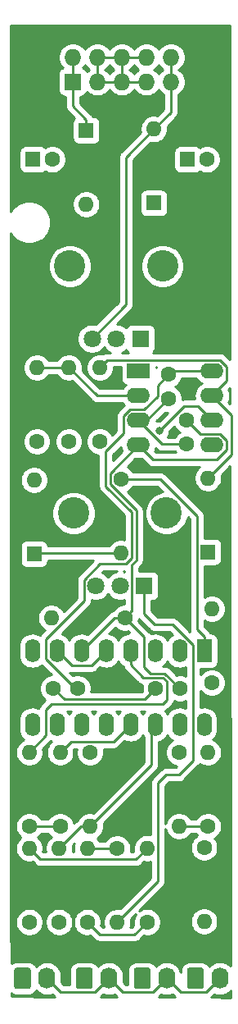
<source format=gbr>
%TF.GenerationSoftware,KiCad,Pcbnew,(5.1.12-1-10_14)*%
%TF.CreationDate,2021-12-12T17:33:21+01:00*%
%TF.ProjectId,kross,6b726f73-732e-46b6-9963-61645f706362,rev?*%
%TF.SameCoordinates,Original*%
%TF.FileFunction,Copper,L2,Bot*%
%TF.FilePolarity,Positive*%
%FSLAX46Y46*%
G04 Gerber Fmt 4.6, Leading zero omitted, Abs format (unit mm)*
G04 Created by KiCad (PCBNEW (5.1.12-1-10_14)) date 2021-12-12 17:33:21*
%MOMM*%
%LPD*%
G01*
G04 APERTURE LIST*
%TA.AperFunction,ComponentPad*%
%ADD10O,1.600000X2.400000*%
%TD*%
%TA.AperFunction,ComponentPad*%
%ADD11R,1.600000X2.400000*%
%TD*%
%TA.AperFunction,ComponentPad*%
%ADD12O,2.400000X1.600000*%
%TD*%
%TA.AperFunction,ComponentPad*%
%ADD13R,2.400000X1.600000*%
%TD*%
%TA.AperFunction,ComponentPad*%
%ADD14R,1.600000X1.600000*%
%TD*%
%TA.AperFunction,ComponentPad*%
%ADD15O,1.600000X1.600000*%
%TD*%
%TA.AperFunction,ComponentPad*%
%ADD16O,1.740000X2.200000*%
%TD*%
%TA.AperFunction,ComponentPad*%
%ADD17C,3.240000*%
%TD*%
%TA.AperFunction,ComponentPad*%
%ADD18C,1.800000*%
%TD*%
%TA.AperFunction,ComponentPad*%
%ADD19R,1.800000X1.800000*%
%TD*%
%TA.AperFunction,ComponentPad*%
%ADD20C,1.600000*%
%TD*%
%TA.AperFunction,ComponentPad*%
%ADD21R,1.727200X1.727200*%
%TD*%
%TA.AperFunction,ComponentPad*%
%ADD22O,1.727200X1.727200*%
%TD*%
%TA.AperFunction,ViaPad*%
%ADD23C,0.800000*%
%TD*%
%TA.AperFunction,Conductor*%
%ADD24C,0.250000*%
%TD*%
%TA.AperFunction,NonConductor*%
%ADD25C,0.254000*%
%TD*%
%TA.AperFunction,NonConductor*%
%ADD26C,0.100000*%
%TD*%
G04 APERTURE END LIST*
D10*
%TO.P,U1,16*%
%TO.N,Net-(R12-Pad1)*%
X88600000Y-106820000D03*
%TO.P,U1,8*%
%TO.N,Net-(R16-Pad2)*%
X70820000Y-99200000D03*
%TO.P,U1,15*%
%TO.N,Net-(U1-Pad15)*%
X86060000Y-106820000D03*
%TO.P,U1,7*%
%TO.N,Net-(R14-Pad1)*%
X73360000Y-99200000D03*
%TO.P,U1,14*%
%TO.N,Net-(R2-Pad2)*%
X83520000Y-106820000D03*
%TO.P,U1,6*%
%TO.N,Net-(C2-Pad2)*%
X75900000Y-99200000D03*
%TO.P,U1,13*%
%TO.N,Net-(R8-Pad2)*%
X80980000Y-106820000D03*
%TO.P,U1,5*%
%TO.N,Net-(R14-Pad1)*%
X78440000Y-99200000D03*
%TO.P,U1,12*%
X78440000Y-106820000D03*
%TO.P,U1,4*%
%TO.N,Net-(R7-Pad2)*%
X80980000Y-99200000D03*
%TO.P,U1,11*%
%TO.N,Net-(C1-Pad1)*%
X75900000Y-106820000D03*
%TO.P,U1,3*%
%TO.N,Net-(R1-Pad2)*%
X83520000Y-99200000D03*
%TO.P,U1,10*%
%TO.N,Net-(U1-Pad10)*%
X73360000Y-106820000D03*
%TO.P,U1,2*%
%TO.N,Net-(U1-Pad2)*%
X86060000Y-99200000D03*
%TO.P,U1,9*%
%TO.N,Net-(U1-Pad9)*%
X70820000Y-106820000D03*
D11*
%TO.P,U1,1*%
%TO.N,Net-(R11-Pad1)*%
X88600000Y-99200000D03*
%TD*%
D12*
%TO.P,U2,8*%
%TO.N,Net-(C1-Pad1)*%
X89420000Y-70360000D03*
%TO.P,U2,4*%
%TO.N,Net-(C2-Pad2)*%
X81800000Y-77980000D03*
%TO.P,U2,7*%
%TO.N,Net-(D2-Pad2)*%
X89420000Y-72900000D03*
%TO.P,U2,3*%
%TO.N,GND*%
X81800000Y-75440000D03*
%TO.P,U2,6*%
%TO.N,Net-(R10-Pad2)*%
X89420000Y-75440000D03*
%TO.P,U2,2*%
%TO.N,Net-(R3-Pad2)*%
X81800000Y-72900000D03*
%TO.P,U2,5*%
%TO.N,GND*%
X89420000Y-77980000D03*
D13*
%TO.P,U2,1*%
%TO.N,Net-(D1-Pad2)*%
X81800000Y-70360000D03*
%TD*%
D14*
%TO.P,D4,1*%
%TO.N,Net-(D4-Pad1)*%
X76400000Y-45500000D03*
D15*
%TO.P,D4,2*%
%TO.N,Net-(C2-Pad2)*%
X76400000Y-53120000D03*
%TD*%
%TO.P,D3,2*%
%TO.N,Net-(CVATTN1-Pad1)*%
X83400000Y-45380000D03*
D14*
%TO.P,D3,1*%
%TO.N,Net-(C1-Pad1)*%
X83400000Y-53000000D03*
%TD*%
%TO.P,OUT,1*%
%TO.N,Net-(J4-Pad1)*%
%TA.AperFunction,ComponentPad*%
G36*
G01*
X86830000Y-133850001D02*
X86830000Y-132149999D01*
G75*
G02*
X87079999Y-131900000I249999J0D01*
G01*
X88320001Y-131900000D01*
G75*
G02*
X88570000Y-132149999I0J-249999D01*
G01*
X88570000Y-133850001D01*
G75*
G02*
X88320001Y-134100000I-249999J0D01*
G01*
X87079999Y-134100000D01*
G75*
G02*
X86830000Y-133850001I0J249999D01*
G01*
G37*
%TD.AperFunction*%
D16*
%TO.P,OUT,2*%
%TO.N,GND*%
X90240000Y-133000000D03*
%TD*%
%TO.P,OSC2,2*%
%TO.N,GND*%
X78740000Y-133000000D03*
%TO.P,OSC2,1*%
%TO.N,Net-(J3-Pad1)*%
%TA.AperFunction,ComponentPad*%
G36*
G01*
X75330000Y-133850001D02*
X75330000Y-132149999D01*
G75*
G02*
X75579999Y-131900000I249999J0D01*
G01*
X76820001Y-131900000D01*
G75*
G02*
X77070000Y-132149999I0J-249999D01*
G01*
X77070000Y-133850001D01*
G75*
G02*
X76820001Y-134100000I-249999J0D01*
G01*
X75579999Y-134100000D01*
G75*
G02*
X75330000Y-133850001I0J249999D01*
G01*
G37*
%TD.AperFunction*%
%TD*%
%TO.P,OSC1,1*%
%TO.N,Net-(J2-Pad1)*%
%TA.AperFunction,ComponentPad*%
G36*
G01*
X68930000Y-133850001D02*
X68930000Y-132149999D01*
G75*
G02*
X69179999Y-131900000I249999J0D01*
G01*
X70420001Y-131900000D01*
G75*
G02*
X70670000Y-132149999I0J-249999D01*
G01*
X70670000Y-133850001D01*
G75*
G02*
X70420001Y-134100000I-249999J0D01*
G01*
X69179999Y-134100000D01*
G75*
G02*
X68930000Y-133850001I0J249999D01*
G01*
G37*
%TD.AperFunction*%
%TO.P,OSC1,2*%
%TO.N,GND*%
X72340000Y-133000000D03*
%TD*%
%TO.P,CV,2*%
%TO.N,GND*%
X84740000Y-133000000D03*
%TO.P,CV,1*%
%TO.N,Net-(CVATTN1-Pad3)*%
%TA.AperFunction,ComponentPad*%
G36*
G01*
X81330000Y-133850001D02*
X81330000Y-132149999D01*
G75*
G02*
X81579999Y-131900000I249999J0D01*
G01*
X82820001Y-131900000D01*
G75*
G02*
X83070000Y-132149999I0J-249999D01*
G01*
X83070000Y-133850001D01*
G75*
G02*
X82820001Y-134100000I-249999J0D01*
G01*
X81579999Y-134100000D01*
G75*
G02*
X81330000Y-133850001I0J249999D01*
G01*
G37*
%TD.AperFunction*%
%TD*%
D14*
%TO.P,D2,1*%
%TO.N,Net-(D2-Pad1)*%
X89000000Y-89000000D03*
D15*
%TO.P,D2,2*%
%TO.N,Net-(D2-Pad2)*%
X89000000Y-81380000D03*
%TD*%
D17*
%TO.P,MIX1,*%
%TO.N,*%
X84300000Y-59500000D03*
X74700000Y-59500000D03*
D18*
%TO.P,MIX1,3*%
%TO.N,Net-(CVATTN1-Pad1)*%
X77000000Y-67000000D03*
%TO.P,MIX1,2*%
%TO.N,Net-(MIX1-Pad2)*%
X79500000Y-67000000D03*
D19*
%TO.P,MIX1,1*%
%TO.N,Net-(C2-Pad2)*%
X82000000Y-67000000D03*
%TD*%
D15*
%TO.P,D1,2*%
%TO.N,Net-(D1-Pad2)*%
X71000000Y-81580000D03*
D14*
%TO.P,D1,1*%
%TO.N,Net-(D1-Pad1)*%
X71000000Y-89200000D03*
%TD*%
D19*
%TO.P,CVATTN1,1*%
%TO.N,Net-(CVATTN1-Pad1)*%
X82400000Y-92500000D03*
D18*
%TO.P,CVATTN1,2*%
%TO.N,Net-(CVATTN1-Pad2)*%
X79900000Y-92500000D03*
%TO.P,CVATTN1,3*%
%TO.N,Net-(CVATTN1-Pad3)*%
X77400000Y-92500000D03*
D17*
%TO.P,CVATTN1,*%
%TO.N,*%
X75100000Y-85000000D03*
X84700000Y-85000000D03*
%TD*%
D20*
%TO.P,C6,1*%
%TO.N,GND*%
X86800000Y-77900000D03*
%TO.P,C6,2*%
%TO.N,Net-(C2-Pad2)*%
X86800000Y-75400000D03*
%TD*%
%TO.P,C5,1*%
%TO.N,Net-(C1-Pad1)*%
X75500000Y-103100000D03*
%TO.P,C5,2*%
%TO.N,GND*%
X73000000Y-103100000D03*
%TD*%
%TO.P,C4,2*%
%TO.N,Net-(C2-Pad2)*%
X86100000Y-103100000D03*
%TO.P,C4,1*%
%TO.N,GND*%
X83600000Y-103100000D03*
%TD*%
%TO.P,C3,2*%
%TO.N,GND*%
X84900000Y-73200000D03*
%TO.P,C3,1*%
%TO.N,Net-(C1-Pad1)*%
X84900000Y-70700000D03*
%TD*%
D14*
%TO.P,C2,1*%
%TO.N,GND*%
X70900000Y-48500000D03*
D20*
%TO.P,C2,2*%
%TO.N,Net-(C2-Pad2)*%
X72900000Y-48500000D03*
%TD*%
%TO.P,C1,2*%
%TO.N,GND*%
X88900000Y-48500000D03*
D14*
%TO.P,C1,1*%
%TO.N,Net-(C1-Pad1)*%
X86900000Y-48500000D03*
%TD*%
D15*
%TO.P,R1,2*%
%TO.N,Net-(R1-Pad2)*%
X70500000Y-119580000D03*
D20*
%TO.P,R1,1*%
%TO.N,Net-(J2-Pad1)*%
X70500000Y-127200000D03*
%TD*%
%TO.P,R2,1*%
%TO.N,Net-(J3-Pad1)*%
X73600000Y-127200000D03*
D15*
%TO.P,R2,2*%
%TO.N,Net-(R2-Pad2)*%
X73600000Y-119580000D03*
%TD*%
D20*
%TO.P,R3,1*%
%TO.N,Net-(CVATTN1-Pad2)*%
X71300000Y-77600000D03*
D15*
%TO.P,R3,2*%
%TO.N,Net-(R3-Pad2)*%
X71300000Y-69980000D03*
%TD*%
%TO.P,R4,2*%
%TO.N,Net-(R3-Pad2)*%
X74600000Y-69980000D03*
D20*
%TO.P,R4,1*%
%TO.N,Net-(MIX1-Pad2)*%
X74600000Y-77600000D03*
%TD*%
D15*
%TO.P,R5,2*%
%TO.N,Net-(R2-Pad2)*%
X76800000Y-117320000D03*
D20*
%TO.P,R5,1*%
%TO.N,GND*%
X76800000Y-109700000D03*
%TD*%
%TO.P,R6,1*%
%TO.N,GND*%
X82700000Y-127200000D03*
D15*
%TO.P,R6,2*%
%TO.N,Net-(R1-Pad2)*%
X82700000Y-119580000D03*
%TD*%
%TO.P,R7,2*%
%TO.N,Net-(R7-Pad2)*%
X70500000Y-109680000D03*
D20*
%TO.P,R7,1*%
%TO.N,GND*%
X70500000Y-117300000D03*
%TD*%
%TO.P,R8,1*%
%TO.N,GND*%
X73700000Y-117300000D03*
D15*
%TO.P,R8,2*%
%TO.N,Net-(R8-Pad2)*%
X73700000Y-109680000D03*
%TD*%
D20*
%TO.P,R9,1*%
%TO.N,Net-(R3-Pad2)*%
X86000000Y-109700000D03*
D15*
%TO.P,R9,2*%
%TO.N,Net-(D1-Pad2)*%
X86000000Y-117320000D03*
%TD*%
%TO.P,R10,2*%
%TO.N,Net-(R10-Pad2)*%
X89000000Y-109680000D03*
D20*
%TO.P,R10,1*%
%TO.N,Net-(D1-Pad2)*%
X89000000Y-117300000D03*
%TD*%
%TO.P,R11,1*%
%TO.N,Net-(R11-Pad1)*%
X80000000Y-81500000D03*
D15*
%TO.P,R11,2*%
%TO.N,Net-(D1-Pad1)*%
X80000000Y-89120000D03*
%TD*%
D20*
%TO.P,R12,1*%
%TO.N,Net-(R12-Pad1)*%
X89400000Y-102500000D03*
D15*
%TO.P,R12,2*%
%TO.N,Net-(D2-Pad1)*%
X89400000Y-94880000D03*
%TD*%
D20*
%TO.P,R13,1*%
%TO.N,Net-(R10-Pad2)*%
X77800000Y-77600000D03*
D15*
%TO.P,R13,2*%
%TO.N,Net-(D2-Pad2)*%
X77800000Y-69980000D03*
%TD*%
%TO.P,R14,2*%
%TO.N,Net-(CVATTN1-Pad1)*%
X79600000Y-127220000D03*
D20*
%TO.P,R14,1*%
%TO.N,Net-(R14-Pad1)*%
X79600000Y-119600000D03*
%TD*%
%TO.P,R15,1*%
%TO.N,GND*%
X76500000Y-127200000D03*
D15*
%TO.P,R15,2*%
%TO.N,Net-(R14-Pad1)*%
X76500000Y-119580000D03*
%TD*%
%TO.P,R16,2*%
%TO.N,Net-(R16-Pad2)*%
X72780000Y-95800000D03*
D20*
%TO.P,R16,1*%
%TO.N,Net-(C2-Pad2)*%
X80400000Y-95800000D03*
%TD*%
D15*
%TO.P,R17,2*%
%TO.N,Net-(J4-Pad1)*%
X88600000Y-127120000D03*
D20*
%TO.P,R17,1*%
%TO.N,Net-(R16-Pad2)*%
X88600000Y-119500000D03*
%TD*%
D21*
%TO.P,J5,1*%
%TO.N,Net-(D4-Pad1)*%
X75000000Y-40500000D03*
D22*
%TO.P,J5,2*%
X75000000Y-37960000D03*
%TO.P,J5,3*%
%TO.N,GND*%
X77540000Y-40500000D03*
%TO.P,J5,4*%
X77540000Y-37960000D03*
%TO.P,J5,5*%
X80080000Y-40500000D03*
%TO.P,J5,6*%
X80080000Y-37960000D03*
%TO.P,J5,7*%
X82620000Y-40500000D03*
%TO.P,J5,8*%
X82620000Y-37960000D03*
%TO.P,J5,9*%
%TO.N,Net-(CVATTN1-Pad1)*%
X85160000Y-40500000D03*
%TO.P,J5,10*%
X85160000Y-37960000D03*
%TD*%
D23*
%TO.N,Net-(R10-Pad2)*%
X84000000Y-76500000D03*
%TD*%
D24*
%TO.N,Net-(C1-Pad1)*%
X85240000Y-70360000D02*
X84900000Y-70700000D01*
X89420000Y-70360000D02*
X85240000Y-70360000D01*
X81125001Y-84926413D02*
X78424988Y-82226401D01*
X76174999Y-91911999D02*
X77841997Y-90245001D01*
X75268996Y-103100000D02*
X72234990Y-100065994D01*
X72234990Y-100065994D02*
X72234990Y-98010012D01*
X72234990Y-98010012D02*
X76174999Y-94070003D01*
X80934006Y-74314990D02*
X82376014Y-74314990D01*
X76174999Y-94070003D02*
X76174999Y-91911999D01*
X83774999Y-72916005D02*
X83774999Y-71825001D01*
X77841997Y-90245001D02*
X80540001Y-90245001D01*
X80540001Y-90245001D02*
X81125001Y-89660001D01*
X80274990Y-76790012D02*
X80274990Y-74974006D01*
X81125001Y-89660001D02*
X81125001Y-84926413D01*
X78424988Y-78640014D02*
X80274990Y-76790012D01*
X80274990Y-74974006D02*
X80934006Y-74314990D01*
X78424988Y-82226401D02*
X78424988Y-78640014D01*
X75500000Y-103100000D02*
X75268996Y-103100000D01*
X82376014Y-74314990D02*
X83774999Y-72916005D01*
X83774999Y-71825001D02*
X84900000Y-70700000D01*
%TO.N,Net-(C2-Pad2)*%
X79300000Y-95800000D02*
X80400000Y-95800000D01*
X75900000Y-99200000D02*
X79300000Y-95800000D01*
X84524988Y-101524988D02*
X83024988Y-101524988D01*
X86100000Y-103100000D02*
X84524988Y-101524988D01*
X82394990Y-97794990D02*
X80400000Y-95800000D01*
X82394990Y-100894990D02*
X82394990Y-97794990D01*
X83024988Y-101524988D02*
X82394990Y-100894990D01*
X78874999Y-80905001D02*
X81800000Y-77980000D01*
X78874999Y-82040001D02*
X78874999Y-80905001D01*
X81575012Y-84740014D02*
X78874999Y-82040001D01*
X81125001Y-90296412D02*
X81575012Y-89846401D01*
X81125001Y-95074999D02*
X81125001Y-90296412D01*
X80400000Y-95800000D02*
X81125001Y-95074999D01*
X81575012Y-89846401D02*
X81575012Y-84740014D01*
X88254990Y-76854990D02*
X86800000Y-75400000D01*
X90945010Y-77514006D02*
X90285994Y-76854990D01*
X90945010Y-78445994D02*
X90945010Y-77514006D01*
X89891004Y-79500000D02*
X90945010Y-78445994D01*
X81800000Y-77980000D02*
X83320000Y-79500000D01*
X90285994Y-76854990D02*
X88254990Y-76854990D01*
X83320000Y-79500000D02*
X89891004Y-79500000D01*
%TO.N,Net-(CVATTN1-Pad1)*%
X85160000Y-43620000D02*
X83400000Y-45380000D01*
X85160000Y-40500000D02*
X85160000Y-43620000D01*
X77000000Y-67000000D02*
X80500000Y-63500000D01*
X80500000Y-48280000D02*
X83400000Y-45380000D01*
X80500000Y-63500000D02*
X80500000Y-48280000D01*
X85160000Y-40500000D02*
X85160000Y-37960000D01*
X83825001Y-122994999D02*
X83825001Y-112825001D01*
X79600000Y-127220000D02*
X83825001Y-122994999D01*
X83825001Y-112825001D02*
X84650002Y-112000000D01*
X84650002Y-112000000D02*
X86000000Y-112000000D01*
X87474990Y-98623986D02*
X85351004Y-96500000D01*
X86000000Y-112000000D02*
X87474990Y-110525010D01*
X87474990Y-110525010D02*
X87474990Y-98623986D01*
X85351004Y-96500000D02*
X83500000Y-96500000D01*
X82400000Y-95400000D02*
X82400000Y-92500000D01*
X83500000Y-96500000D02*
X82400000Y-95400000D01*
%TO.N,GND*%
X76500000Y-127200000D02*
X77800000Y-128500000D01*
X81400000Y-128500000D02*
X82700000Y-127200000D01*
X77800000Y-128500000D02*
X81400000Y-128500000D01*
X77314990Y-134425010D02*
X73765010Y-134425010D01*
X73765010Y-134425010D02*
X72340000Y-133000000D01*
X78740000Y-133000000D02*
X77314990Y-134425010D01*
X83314990Y-134425010D02*
X84740000Y-133000000D01*
X80165010Y-134425010D02*
X83314990Y-134425010D01*
X78740000Y-133000000D02*
X80165010Y-134425010D01*
X88814990Y-134425010D02*
X90240000Y-133000000D01*
X86165010Y-134425010D02*
X88814990Y-134425010D01*
X84740000Y-133000000D02*
X86165010Y-134425010D01*
X73700000Y-117300000D02*
X70500000Y-117300000D01*
X74125001Y-104225001D02*
X73000000Y-103100000D01*
X82474999Y-104225001D02*
X74125001Y-104225001D01*
X83600000Y-103100000D02*
X82474999Y-104225001D01*
X86880000Y-77980000D02*
X86800000Y-77900000D01*
X77540000Y-40500000D02*
X77540000Y-37960000D01*
X77540000Y-37960000D02*
X80080000Y-37960000D01*
X80080000Y-37960000D02*
X82620000Y-37960000D01*
X82620000Y-40500000D02*
X80080000Y-40500000D01*
X80080000Y-40500000D02*
X77540000Y-40500000D01*
X80080000Y-37960000D02*
X80080000Y-40500000D01*
X82660000Y-75440000D02*
X84900000Y-73200000D01*
X81800000Y-75440000D02*
X82660000Y-75440000D01*
X84260000Y-77900000D02*
X81800000Y-75440000D01*
X86800000Y-77900000D02*
X84260000Y-77900000D01*
%TO.N,Net-(R11-Pad1)*%
X87874999Y-85296397D02*
X87874999Y-97024999D01*
X84078602Y-81500000D02*
X87874999Y-85296397D01*
X88600000Y-97750000D02*
X88600000Y-99200000D01*
X80000000Y-81500000D02*
X84078602Y-81500000D01*
X87874999Y-97024999D02*
X88600000Y-97750000D01*
%TO.N,Net-(R1-Pad2)*%
X71645001Y-120725001D02*
X70500000Y-119580000D01*
X81554999Y-120725001D02*
X71645001Y-120725001D01*
X82700000Y-119580000D02*
X81554999Y-120725001D01*
%TO.N,Net-(R7-Pad2)*%
X82304999Y-101974999D02*
X80980000Y-100650000D01*
X84324988Y-104675012D02*
X84725001Y-104274999D01*
X72234990Y-107945010D02*
X72234990Y-105265010D01*
X72234990Y-105265010D02*
X72824988Y-104675012D01*
X70500000Y-109680000D02*
X72234990Y-107945010D01*
X72824988Y-104675012D02*
X84324988Y-104675012D01*
X84725001Y-104274999D02*
X84725001Y-102361411D01*
X80980000Y-100650000D02*
X80980000Y-99200000D01*
X84725001Y-102361411D02*
X84338589Y-101974999D01*
X84338589Y-101974999D02*
X82304999Y-101974999D01*
%TO.N,Net-(R14-Pad1)*%
X76914990Y-100725010D02*
X74885010Y-100725010D01*
X74885010Y-100725010D02*
X73360000Y-99200000D01*
X78440000Y-99200000D02*
X76914990Y-100725010D01*
X76520000Y-119600000D02*
X76500000Y-119580000D01*
X79600000Y-119600000D02*
X76520000Y-119600000D01*
%TO.N,Net-(R8-Pad2)*%
X79225001Y-108574999D02*
X80980000Y-106820000D01*
X74805001Y-108574999D02*
X79225001Y-108574999D01*
X73700000Y-109680000D02*
X74805001Y-108574999D01*
%TO.N,Net-(R2-Pad2)*%
X75860000Y-117320000D02*
X76800000Y-117320000D01*
X73600000Y-119580000D02*
X75860000Y-117320000D01*
X76800000Y-117320000D02*
X83120000Y-111000000D01*
X83120000Y-107220000D02*
X83520000Y-106820000D01*
X83120000Y-111000000D02*
X83120000Y-107220000D01*
%TO.N,Net-(D1-Pad2)*%
X86020000Y-117300000D02*
X86000000Y-117320000D01*
X89000000Y-117300000D02*
X86020000Y-117300000D01*
%TO.N,Net-(R3-Pad2)*%
X74600000Y-69980000D02*
X71300000Y-69980000D01*
X77520000Y-72900000D02*
X81800000Y-72900000D01*
X74600000Y-69980000D02*
X77520000Y-72900000D01*
%TO.N,Net-(R10-Pad2)*%
X87980000Y-74000000D02*
X89420000Y-75440000D01*
X86500000Y-74000000D02*
X87980000Y-74000000D01*
X84000000Y-76500000D02*
X86500000Y-74000000D01*
%TO.N,Net-(D2-Pad2)*%
X90945010Y-69894006D02*
X90945010Y-71374990D01*
X90945010Y-71374990D02*
X89420000Y-72900000D01*
X78599999Y-69180001D02*
X90231005Y-69180001D01*
X90231005Y-69180001D02*
X90945010Y-69894006D01*
X77800000Y-69980000D02*
X78599999Y-69180001D01*
X91395021Y-78984979D02*
X89000000Y-81380000D01*
X89420000Y-72900000D02*
X91395021Y-74875021D01*
X91395021Y-74875021D02*
X91395021Y-78984979D01*
%TO.N,Net-(D1-Pad1)*%
X71080000Y-89120000D02*
X71000000Y-89200000D01*
X80000000Y-89120000D02*
X71080000Y-89120000D01*
%TO.N,Net-(D4-Pad1)*%
X76400000Y-45500000D02*
X76400000Y-44400000D01*
X75000000Y-43000000D02*
X75000000Y-40500000D01*
X76400000Y-44400000D02*
X75000000Y-43000000D01*
X75000000Y-37960000D02*
X75000000Y-40500000D01*
%TD*%
D25*
X91338509Y-134972296D02*
X89356086Y-134963677D01*
X89378793Y-134936008D01*
X89681500Y-134633301D01*
X89944969Y-134713224D01*
X90240000Y-134742282D01*
X90535032Y-134713224D01*
X90818725Y-134627166D01*
X91080179Y-134487417D01*
X91309345Y-134299345D01*
X91337819Y-134264649D01*
X91338509Y-134972296D01*
%TA.AperFunction,NonConductor*%
D26*
G36*
X91338509Y-134972296D02*
G01*
X89356086Y-134963677D01*
X89378793Y-134936008D01*
X89681500Y-134633301D01*
X89944969Y-134713224D01*
X90240000Y-134742282D01*
X90535032Y-134713224D01*
X90818725Y-134627166D01*
X91080179Y-134487417D01*
X91309345Y-134299345D01*
X91337819Y-134264649D01*
X91338509Y-134972296D01*
G37*
%TD.AperFunction*%
D25*
X84444969Y-134713224D02*
X84740000Y-134742282D01*
X85035032Y-134713224D01*
X85298499Y-134633302D01*
X85601215Y-134936018D01*
X85610549Y-134947392D01*
X83875641Y-134939849D01*
X83878793Y-134936008D01*
X84181500Y-134633301D01*
X84444969Y-134713224D01*
%TA.AperFunction,NonConductor*%
D26*
G36*
X84444969Y-134713224D02*
G01*
X84740000Y-134742282D01*
X85035032Y-134713224D01*
X85298499Y-134633302D01*
X85601215Y-134936018D01*
X85610549Y-134947392D01*
X83875641Y-134939849D01*
X83878793Y-134936008D01*
X84181500Y-134633301D01*
X84444969Y-134713224D01*
G37*
%TD.AperFunction*%
D25*
X78444969Y-134713224D02*
X78740000Y-134742282D01*
X79035032Y-134713224D01*
X79298499Y-134633302D01*
X79586397Y-134921200D01*
X77900929Y-134913872D01*
X78181500Y-134633301D01*
X78444969Y-134713224D01*
%TA.AperFunction,NonConductor*%
D26*
G36*
X78444969Y-134713224D02*
G01*
X78740000Y-134742282D01*
X79035032Y-134713224D01*
X79298499Y-134633302D01*
X79586397Y-134921200D01*
X77900929Y-134913872D01*
X78181500Y-134633301D01*
X78444969Y-134713224D01*
G37*
%TD.AperFunction*%
D25*
X71270655Y-134299345D02*
X71499822Y-134487417D01*
X71761276Y-134627166D01*
X72044969Y-134713224D01*
X72340000Y-134742282D01*
X72635032Y-134713224D01*
X72898499Y-134633302D01*
X73158450Y-134893253D01*
X68626749Y-134873550D01*
X68626083Y-134538729D01*
X68686613Y-134588405D01*
X68840149Y-134670472D01*
X69006745Y-134721008D01*
X69179999Y-134738072D01*
X70420001Y-134738072D01*
X70593255Y-134721008D01*
X70759851Y-134670472D01*
X70913387Y-134588405D01*
X71047962Y-134477962D01*
X71158405Y-134343387D01*
X71216934Y-134233886D01*
X71270655Y-134299345D01*
%TA.AperFunction,NonConductor*%
D26*
G36*
X71270655Y-134299345D02*
G01*
X71499822Y-134487417D01*
X71761276Y-134627166D01*
X72044969Y-134713224D01*
X72340000Y-134742282D01*
X72635032Y-134713224D01*
X72898499Y-134633302D01*
X73158450Y-134893253D01*
X68626749Y-134873550D01*
X68626083Y-134538729D01*
X68686613Y-134588405D01*
X68840149Y-134670472D01*
X69006745Y-134721008D01*
X69179999Y-134738072D01*
X70420001Y-134738072D01*
X70593255Y-134721008D01*
X70759851Y-134670472D01*
X70913387Y-134588405D01*
X71047962Y-134477962D01*
X71158405Y-134343387D01*
X71216934Y-134233886D01*
X71270655Y-134299345D01*
G37*
%TD.AperFunction*%
D25*
X91274291Y-69148485D02*
X90794808Y-68669003D01*
X90771006Y-68640000D01*
X90655281Y-68545027D01*
X90523252Y-68474455D01*
X90379991Y-68430998D01*
X90268338Y-68420001D01*
X90268327Y-68420001D01*
X90231005Y-68416325D01*
X90193683Y-68420001D01*
X83267332Y-68420001D01*
X83351185Y-68351185D01*
X83430537Y-68254494D01*
X83489502Y-68144180D01*
X83525812Y-68024482D01*
X83538072Y-67900000D01*
X83538072Y-66100000D01*
X83525812Y-65975518D01*
X83489502Y-65855820D01*
X83430537Y-65745506D01*
X83351185Y-65648815D01*
X83254494Y-65569463D01*
X83144180Y-65510498D01*
X83024482Y-65474188D01*
X82900000Y-65461928D01*
X81100000Y-65461928D01*
X80975518Y-65474188D01*
X80855820Y-65510498D01*
X80745506Y-65569463D01*
X80648815Y-65648815D01*
X80569463Y-65745506D01*
X80516120Y-65845303D01*
X80478505Y-65807688D01*
X80227095Y-65639701D01*
X79947743Y-65523989D01*
X79651184Y-65465000D01*
X79609802Y-65465000D01*
X81011009Y-64063794D01*
X81040001Y-64040001D01*
X81063795Y-64011008D01*
X81063799Y-64011004D01*
X81134973Y-63924277D01*
X81134974Y-63924276D01*
X81205546Y-63792247D01*
X81249003Y-63648986D01*
X81260000Y-63537333D01*
X81260000Y-63537324D01*
X81263676Y-63500001D01*
X81260000Y-63462678D01*
X81260000Y-59277902D01*
X82045000Y-59277902D01*
X82045000Y-59722098D01*
X82131658Y-60157759D01*
X82301645Y-60568143D01*
X82548427Y-60937479D01*
X82862521Y-61251573D01*
X83231857Y-61498355D01*
X83642241Y-61668342D01*
X84077902Y-61755000D01*
X84522098Y-61755000D01*
X84957759Y-61668342D01*
X85368143Y-61498355D01*
X85737479Y-61251573D01*
X86051573Y-60937479D01*
X86298355Y-60568143D01*
X86468342Y-60157759D01*
X86555000Y-59722098D01*
X86555000Y-59277902D01*
X86468342Y-58842241D01*
X86298355Y-58431857D01*
X86051573Y-58062521D01*
X85737479Y-57748427D01*
X85368143Y-57501645D01*
X84957759Y-57331658D01*
X84522098Y-57245000D01*
X84077902Y-57245000D01*
X83642241Y-57331658D01*
X83231857Y-57501645D01*
X82862521Y-57748427D01*
X82548427Y-58062521D01*
X82301645Y-58431857D01*
X82131658Y-58842241D01*
X82045000Y-59277902D01*
X81260000Y-59277902D01*
X81260000Y-52200000D01*
X81961928Y-52200000D01*
X81961928Y-53800000D01*
X81974188Y-53924482D01*
X82010498Y-54044180D01*
X82069463Y-54154494D01*
X82148815Y-54251185D01*
X82245506Y-54330537D01*
X82355820Y-54389502D01*
X82475518Y-54425812D01*
X82600000Y-54438072D01*
X84200000Y-54438072D01*
X84324482Y-54425812D01*
X84444180Y-54389502D01*
X84554494Y-54330537D01*
X84651185Y-54251185D01*
X84730537Y-54154494D01*
X84789502Y-54044180D01*
X84825812Y-53924482D01*
X84838072Y-53800000D01*
X84838072Y-52200000D01*
X84825812Y-52075518D01*
X84789502Y-51955820D01*
X84730537Y-51845506D01*
X84651185Y-51748815D01*
X84554494Y-51669463D01*
X84444180Y-51610498D01*
X84324482Y-51574188D01*
X84200000Y-51561928D01*
X82600000Y-51561928D01*
X82475518Y-51574188D01*
X82355820Y-51610498D01*
X82245506Y-51669463D01*
X82148815Y-51748815D01*
X82069463Y-51845506D01*
X82010498Y-51955820D01*
X81974188Y-52075518D01*
X81961928Y-52200000D01*
X81260000Y-52200000D01*
X81260000Y-48594801D01*
X82154801Y-47700000D01*
X85461928Y-47700000D01*
X85461928Y-49300000D01*
X85474188Y-49424482D01*
X85510498Y-49544180D01*
X85569463Y-49654494D01*
X85648815Y-49751185D01*
X85745506Y-49830537D01*
X85855820Y-49889502D01*
X85975518Y-49925812D01*
X86100000Y-49938072D01*
X87700000Y-49938072D01*
X87824482Y-49925812D01*
X87944180Y-49889502D01*
X88054494Y-49830537D01*
X88151185Y-49751185D01*
X88164790Y-49734607D01*
X88220273Y-49771680D01*
X88481426Y-49879853D01*
X88758665Y-49935000D01*
X89041335Y-49935000D01*
X89318574Y-49879853D01*
X89579727Y-49771680D01*
X89814759Y-49614637D01*
X90014637Y-49414759D01*
X90171680Y-49179727D01*
X90279853Y-48918574D01*
X90335000Y-48641335D01*
X90335000Y-48358665D01*
X90279853Y-48081426D01*
X90171680Y-47820273D01*
X90014637Y-47585241D01*
X89814759Y-47385363D01*
X89579727Y-47228320D01*
X89318574Y-47120147D01*
X89041335Y-47065000D01*
X88758665Y-47065000D01*
X88481426Y-47120147D01*
X88220273Y-47228320D01*
X88164790Y-47265393D01*
X88151185Y-47248815D01*
X88054494Y-47169463D01*
X87944180Y-47110498D01*
X87824482Y-47074188D01*
X87700000Y-47061928D01*
X86100000Y-47061928D01*
X85975518Y-47074188D01*
X85855820Y-47110498D01*
X85745506Y-47169463D01*
X85648815Y-47248815D01*
X85569463Y-47345506D01*
X85510498Y-47455820D01*
X85474188Y-47575518D01*
X85461928Y-47700000D01*
X82154801Y-47700000D01*
X83076114Y-46778688D01*
X83258665Y-46815000D01*
X83541335Y-46815000D01*
X83818574Y-46759853D01*
X84079727Y-46651680D01*
X84314759Y-46494637D01*
X84514637Y-46294759D01*
X84671680Y-46059727D01*
X84779853Y-45798574D01*
X84835000Y-45521335D01*
X84835000Y-45238665D01*
X84798688Y-45056114D01*
X85671003Y-44183799D01*
X85700001Y-44160001D01*
X85794974Y-44044276D01*
X85865546Y-43912247D01*
X85909003Y-43768986D01*
X85920000Y-43657333D01*
X85920000Y-43657323D01*
X85923676Y-43620000D01*
X85920000Y-43582677D01*
X85920000Y-41794535D01*
X86115302Y-41664039D01*
X86324039Y-41455302D01*
X86488042Y-41209853D01*
X86601010Y-40937125D01*
X86658600Y-40647599D01*
X86658600Y-40352401D01*
X86601010Y-40062875D01*
X86488042Y-39790147D01*
X86324039Y-39544698D01*
X86115302Y-39335961D01*
X85956719Y-39230000D01*
X86115302Y-39124039D01*
X86324039Y-38915302D01*
X86488042Y-38669853D01*
X86601010Y-38397125D01*
X86658600Y-38107599D01*
X86658600Y-37812401D01*
X86601010Y-37522875D01*
X86488042Y-37250147D01*
X86324039Y-37004698D01*
X86115302Y-36795961D01*
X85869853Y-36631958D01*
X85597125Y-36518990D01*
X85307599Y-36461400D01*
X85012401Y-36461400D01*
X84722875Y-36518990D01*
X84450147Y-36631958D01*
X84204698Y-36795961D01*
X83995961Y-37004698D01*
X83890000Y-37163281D01*
X83784039Y-37004698D01*
X83575302Y-36795961D01*
X83329853Y-36631958D01*
X83057125Y-36518990D01*
X82767599Y-36461400D01*
X82472401Y-36461400D01*
X82182875Y-36518990D01*
X81910147Y-36631958D01*
X81664698Y-36795961D01*
X81455961Y-37004698D01*
X81350000Y-37163281D01*
X81244039Y-37004698D01*
X81035302Y-36795961D01*
X80789853Y-36631958D01*
X80517125Y-36518990D01*
X80227599Y-36461400D01*
X79932401Y-36461400D01*
X79642875Y-36518990D01*
X79370147Y-36631958D01*
X79124698Y-36795961D01*
X78915961Y-37004698D01*
X78810000Y-37163281D01*
X78704039Y-37004698D01*
X78495302Y-36795961D01*
X78249853Y-36631958D01*
X77977125Y-36518990D01*
X77687599Y-36461400D01*
X77392401Y-36461400D01*
X77102875Y-36518990D01*
X76830147Y-36631958D01*
X76584698Y-36795961D01*
X76375961Y-37004698D01*
X76270000Y-37163281D01*
X76164039Y-37004698D01*
X75955302Y-36795961D01*
X75709853Y-36631958D01*
X75437125Y-36518990D01*
X75147599Y-36461400D01*
X74852401Y-36461400D01*
X74562875Y-36518990D01*
X74290147Y-36631958D01*
X74044698Y-36795961D01*
X73835961Y-37004698D01*
X73671958Y-37250147D01*
X73558990Y-37522875D01*
X73501400Y-37812401D01*
X73501400Y-38107599D01*
X73558990Y-38397125D01*
X73671958Y-38669853D01*
X73835961Y-38915302D01*
X73950023Y-39029364D01*
X73892220Y-39046898D01*
X73781906Y-39105863D01*
X73685215Y-39185215D01*
X73605863Y-39281906D01*
X73546898Y-39392220D01*
X73510588Y-39511918D01*
X73498328Y-39636400D01*
X73498328Y-41363600D01*
X73510588Y-41488082D01*
X73546898Y-41607780D01*
X73605863Y-41718094D01*
X73685215Y-41814785D01*
X73781906Y-41894137D01*
X73892220Y-41953102D01*
X74011918Y-41989412D01*
X74136400Y-42001672D01*
X74240000Y-42001672D01*
X74240000Y-42962677D01*
X74236324Y-43000000D01*
X74240000Y-43037322D01*
X74240000Y-43037332D01*
X74250997Y-43148985D01*
X74294454Y-43292246D01*
X74365026Y-43424276D01*
X74403383Y-43471014D01*
X74459999Y-43540001D01*
X74489003Y-43563804D01*
X75162655Y-44237457D01*
X75148815Y-44248815D01*
X75069463Y-44345506D01*
X75010498Y-44455820D01*
X74974188Y-44575518D01*
X74961928Y-44700000D01*
X74961928Y-46300000D01*
X74974188Y-46424482D01*
X75010498Y-46544180D01*
X75069463Y-46654494D01*
X75148815Y-46751185D01*
X75245506Y-46830537D01*
X75355820Y-46889502D01*
X75475518Y-46925812D01*
X75600000Y-46938072D01*
X77200000Y-46938072D01*
X77324482Y-46925812D01*
X77444180Y-46889502D01*
X77554494Y-46830537D01*
X77651185Y-46751185D01*
X77730537Y-46654494D01*
X77789502Y-46544180D01*
X77825812Y-46424482D01*
X77838072Y-46300000D01*
X77838072Y-44700000D01*
X77825812Y-44575518D01*
X77789502Y-44455820D01*
X77730537Y-44345506D01*
X77651185Y-44248815D01*
X77554494Y-44169463D01*
X77444180Y-44110498D01*
X77324482Y-44074188D01*
X77200000Y-44061928D01*
X77081052Y-44061928D01*
X77034974Y-43975723D01*
X76963799Y-43888997D01*
X76940001Y-43859999D01*
X76911003Y-43836201D01*
X75760000Y-42685199D01*
X75760000Y-42001672D01*
X75863600Y-42001672D01*
X75988082Y-41989412D01*
X76107780Y-41953102D01*
X76218094Y-41894137D01*
X76314785Y-41814785D01*
X76394137Y-41718094D01*
X76453102Y-41607780D01*
X76470636Y-41549977D01*
X76584698Y-41664039D01*
X76830147Y-41828042D01*
X77102875Y-41941010D01*
X77392401Y-41998600D01*
X77687599Y-41998600D01*
X77977125Y-41941010D01*
X78249853Y-41828042D01*
X78495302Y-41664039D01*
X78704039Y-41455302D01*
X78810000Y-41296719D01*
X78915961Y-41455302D01*
X79124698Y-41664039D01*
X79370147Y-41828042D01*
X79642875Y-41941010D01*
X79932401Y-41998600D01*
X80227599Y-41998600D01*
X80517125Y-41941010D01*
X80789853Y-41828042D01*
X81035302Y-41664039D01*
X81244039Y-41455302D01*
X81350000Y-41296719D01*
X81455961Y-41455302D01*
X81664698Y-41664039D01*
X81910147Y-41828042D01*
X82182875Y-41941010D01*
X82472401Y-41998600D01*
X82767599Y-41998600D01*
X83057125Y-41941010D01*
X83329853Y-41828042D01*
X83575302Y-41664039D01*
X83784039Y-41455302D01*
X83890000Y-41296719D01*
X83995961Y-41455302D01*
X84204698Y-41664039D01*
X84400000Y-41794535D01*
X84400001Y-43305197D01*
X83723886Y-43981312D01*
X83541335Y-43945000D01*
X83258665Y-43945000D01*
X82981426Y-44000147D01*
X82720273Y-44108320D01*
X82485241Y-44265363D01*
X82285363Y-44465241D01*
X82128320Y-44700273D01*
X82020147Y-44961426D01*
X81965000Y-45238665D01*
X81965000Y-45521335D01*
X82001312Y-45703886D01*
X79988998Y-47716201D01*
X79960000Y-47739999D01*
X79936202Y-47768997D01*
X79936201Y-47768998D01*
X79865026Y-47855724D01*
X79794454Y-47987754D01*
X79750998Y-48131015D01*
X79736324Y-48280000D01*
X79740001Y-48317333D01*
X79740000Y-63185197D01*
X77408930Y-65516269D01*
X77151184Y-65465000D01*
X76848816Y-65465000D01*
X76552257Y-65523989D01*
X76272905Y-65639701D01*
X76021495Y-65807688D01*
X75807688Y-66021495D01*
X75639701Y-66272905D01*
X75523989Y-66552257D01*
X75465000Y-66848816D01*
X75465000Y-67151184D01*
X75523989Y-67447743D01*
X75639701Y-67727095D01*
X75807688Y-67978505D01*
X76021495Y-68192312D01*
X76272905Y-68360299D01*
X76552257Y-68476011D01*
X76848816Y-68535000D01*
X77151184Y-68535000D01*
X77447743Y-68476011D01*
X77727095Y-68360299D01*
X77978505Y-68192312D01*
X78192312Y-67978505D01*
X78250000Y-67892169D01*
X78307688Y-67978505D01*
X78521495Y-68192312D01*
X78772905Y-68360299D01*
X78917038Y-68420001D01*
X78637321Y-68420001D01*
X78599998Y-68416325D01*
X78562675Y-68420001D01*
X78562666Y-68420001D01*
X78451013Y-68430998D01*
X78307752Y-68474455D01*
X78175723Y-68545027D01*
X78175721Y-68545028D01*
X78175722Y-68545028D01*
X78130022Y-68582533D01*
X77941335Y-68545000D01*
X77658665Y-68545000D01*
X77381426Y-68600147D01*
X77120273Y-68708320D01*
X76885241Y-68865363D01*
X76685363Y-69065241D01*
X76528320Y-69300273D01*
X76420147Y-69561426D01*
X76365000Y-69838665D01*
X76365000Y-70121335D01*
X76420147Y-70398574D01*
X76528320Y-70659727D01*
X76685363Y-70894759D01*
X76885241Y-71094637D01*
X77120273Y-71251680D01*
X77381426Y-71359853D01*
X77658665Y-71415000D01*
X77941335Y-71415000D01*
X78218574Y-71359853D01*
X78479727Y-71251680D01*
X78714759Y-71094637D01*
X78914637Y-70894759D01*
X79071680Y-70659727D01*
X79179853Y-70398574D01*
X79235000Y-70121335D01*
X79235000Y-69940001D01*
X79961928Y-69940001D01*
X79961928Y-71160000D01*
X79974188Y-71284482D01*
X80010498Y-71404180D01*
X80069463Y-71514494D01*
X80148815Y-71611185D01*
X80245506Y-71690537D01*
X80355820Y-71749502D01*
X80475518Y-71785812D01*
X80493482Y-71787581D01*
X80380392Y-71880392D01*
X80201068Y-72098899D01*
X80179099Y-72140000D01*
X77834802Y-72140000D01*
X75998688Y-70303886D01*
X76035000Y-70121335D01*
X76035000Y-69838665D01*
X75979853Y-69561426D01*
X75871680Y-69300273D01*
X75714637Y-69065241D01*
X75514759Y-68865363D01*
X75279727Y-68708320D01*
X75018574Y-68600147D01*
X74741335Y-68545000D01*
X74458665Y-68545000D01*
X74181426Y-68600147D01*
X73920273Y-68708320D01*
X73685241Y-68865363D01*
X73485363Y-69065241D01*
X73381957Y-69220000D01*
X72518043Y-69220000D01*
X72414637Y-69065241D01*
X72214759Y-68865363D01*
X71979727Y-68708320D01*
X71718574Y-68600147D01*
X71441335Y-68545000D01*
X71158665Y-68545000D01*
X70881426Y-68600147D01*
X70620273Y-68708320D01*
X70385241Y-68865363D01*
X70185363Y-69065241D01*
X70028320Y-69300273D01*
X69920147Y-69561426D01*
X69865000Y-69838665D01*
X69865000Y-70121335D01*
X69920147Y-70398574D01*
X70028320Y-70659727D01*
X70185363Y-70894759D01*
X70385241Y-71094637D01*
X70620273Y-71251680D01*
X70881426Y-71359853D01*
X71158665Y-71415000D01*
X71441335Y-71415000D01*
X71718574Y-71359853D01*
X71979727Y-71251680D01*
X72214759Y-71094637D01*
X72414637Y-70894759D01*
X72518043Y-70740000D01*
X73381957Y-70740000D01*
X73485363Y-70894759D01*
X73685241Y-71094637D01*
X73920273Y-71251680D01*
X74181426Y-71359853D01*
X74458665Y-71415000D01*
X74741335Y-71415000D01*
X74923886Y-71378688D01*
X76956200Y-73411002D01*
X76979999Y-73440001D01*
X77008997Y-73463799D01*
X77095724Y-73534974D01*
X77227753Y-73605546D01*
X77371014Y-73649003D01*
X77520000Y-73663677D01*
X77557333Y-73660000D01*
X80179099Y-73660000D01*
X80201068Y-73701101D01*
X80323684Y-73850510D01*
X79763988Y-74410207D01*
X79734990Y-74434005D01*
X79711192Y-74463003D01*
X79711191Y-74463004D01*
X79640016Y-74549730D01*
X79569444Y-74681760D01*
X79525988Y-74825021D01*
X79511314Y-74974006D01*
X79514991Y-75011338D01*
X79514990Y-76475210D01*
X79070978Y-76919222D01*
X78914637Y-76685241D01*
X78714759Y-76485363D01*
X78479727Y-76328320D01*
X78218574Y-76220147D01*
X77941335Y-76165000D01*
X77658665Y-76165000D01*
X77381426Y-76220147D01*
X77120273Y-76328320D01*
X76885241Y-76485363D01*
X76685363Y-76685241D01*
X76528320Y-76920273D01*
X76420147Y-77181426D01*
X76365000Y-77458665D01*
X76365000Y-77741335D01*
X76420147Y-78018574D01*
X76528320Y-78279727D01*
X76685363Y-78514759D01*
X76885241Y-78714637D01*
X77120273Y-78871680D01*
X77381426Y-78979853D01*
X77658665Y-79035000D01*
X77664989Y-79035000D01*
X77664988Y-82189078D01*
X77661312Y-82226401D01*
X77664988Y-82263724D01*
X77664988Y-82263733D01*
X77675985Y-82375386D01*
X77712159Y-82494637D01*
X77719442Y-82518647D01*
X77790014Y-82650677D01*
X77829859Y-82699227D01*
X77884987Y-82766402D01*
X77913991Y-82790205D01*
X80365002Y-85241216D01*
X80365001Y-87729491D01*
X80141335Y-87685000D01*
X79858665Y-87685000D01*
X79581426Y-87740147D01*
X79320273Y-87848320D01*
X79085241Y-88005363D01*
X78885363Y-88205241D01*
X78781957Y-88360000D01*
X72434132Y-88360000D01*
X72425812Y-88275518D01*
X72389502Y-88155820D01*
X72330537Y-88045506D01*
X72251185Y-87948815D01*
X72154494Y-87869463D01*
X72044180Y-87810498D01*
X71924482Y-87774188D01*
X71800000Y-87761928D01*
X70200000Y-87761928D01*
X70075518Y-87774188D01*
X69955820Y-87810498D01*
X69845506Y-87869463D01*
X69748815Y-87948815D01*
X69669463Y-88045506D01*
X69610498Y-88155820D01*
X69574188Y-88275518D01*
X69561928Y-88400000D01*
X69561928Y-90000000D01*
X69574188Y-90124482D01*
X69610498Y-90244180D01*
X69669463Y-90354494D01*
X69748815Y-90451185D01*
X69845506Y-90530537D01*
X69955820Y-90589502D01*
X70075518Y-90625812D01*
X70200000Y-90638072D01*
X71800000Y-90638072D01*
X71924482Y-90625812D01*
X72044180Y-90589502D01*
X72154494Y-90530537D01*
X72251185Y-90451185D01*
X72330537Y-90354494D01*
X72389502Y-90244180D01*
X72425812Y-90124482D01*
X72438072Y-90000000D01*
X72438072Y-89880000D01*
X77132196Y-89880000D01*
X75663997Y-91348200D01*
X75634999Y-91371998D01*
X75611201Y-91400996D01*
X75611200Y-91400997D01*
X75540025Y-91487723D01*
X75469453Y-91619753D01*
X75439179Y-91719557D01*
X75425997Y-91763013D01*
X75415000Y-91874666D01*
X75411323Y-91911999D01*
X75415000Y-91949331D01*
X75414999Y-93755201D01*
X74050978Y-95119222D01*
X73894637Y-94885241D01*
X73694759Y-94685363D01*
X73459727Y-94528320D01*
X73198574Y-94420147D01*
X72921335Y-94365000D01*
X72638665Y-94365000D01*
X72361426Y-94420147D01*
X72100273Y-94528320D01*
X71865241Y-94685363D01*
X71665363Y-94885241D01*
X71508320Y-95120273D01*
X71400147Y-95381426D01*
X71345000Y-95658665D01*
X71345000Y-95941335D01*
X71400147Y-96218574D01*
X71508320Y-96479727D01*
X71665363Y-96714759D01*
X71865241Y-96914637D01*
X72099223Y-97070978D01*
X71723988Y-97446213D01*
X71694990Y-97470011D01*
X71671192Y-97499009D01*
X71671191Y-97499010D01*
X71600016Y-97585736D01*
X71598327Y-97588895D01*
X71371808Y-97467818D01*
X71101309Y-97385764D01*
X70820000Y-97358057D01*
X70538692Y-97385764D01*
X70268193Y-97467818D01*
X70018900Y-97601068D01*
X69800393Y-97780392D01*
X69621068Y-97998899D01*
X69487818Y-98248192D01*
X69405764Y-98518691D01*
X69385000Y-98729508D01*
X69385000Y-99670491D01*
X69405764Y-99881308D01*
X69487818Y-100151807D01*
X69621068Y-100401100D01*
X69800392Y-100619607D01*
X70018899Y-100798932D01*
X70268192Y-100932182D01*
X70538691Y-101014236D01*
X70820000Y-101041943D01*
X71101308Y-101014236D01*
X71371807Y-100932182D01*
X71621100Y-100798932D01*
X71770510Y-100676315D01*
X72775698Y-101681503D01*
X72581426Y-101720147D01*
X72320273Y-101828320D01*
X72085241Y-101985363D01*
X71885363Y-102185241D01*
X71728320Y-102420273D01*
X71620147Y-102681426D01*
X71565000Y-102958665D01*
X71565000Y-103241335D01*
X71620147Y-103518574D01*
X71728320Y-103779727D01*
X71885363Y-104014759D01*
X72085241Y-104214637D01*
X72160365Y-104264833D01*
X71723988Y-104701211D01*
X71694990Y-104725009D01*
X71671192Y-104754007D01*
X71671191Y-104754008D01*
X71600016Y-104840734D01*
X71529444Y-104972764D01*
X71519434Y-105005764D01*
X71491065Y-105099289D01*
X71485988Y-105116025D01*
X71482917Y-105147207D01*
X71371808Y-105087818D01*
X71101309Y-105005764D01*
X70820000Y-104978057D01*
X70538692Y-105005764D01*
X70268193Y-105087818D01*
X70018900Y-105221068D01*
X69800393Y-105400392D01*
X69621068Y-105618899D01*
X69487818Y-105868192D01*
X69405764Y-106138691D01*
X69385000Y-106349508D01*
X69385000Y-107290491D01*
X69405764Y-107501308D01*
X69487818Y-107771807D01*
X69621068Y-108021100D01*
X69800392Y-108239607D01*
X69943682Y-108357202D01*
X69820273Y-108408320D01*
X69585241Y-108565363D01*
X69385363Y-108765241D01*
X69228320Y-109000273D01*
X69120147Y-109261426D01*
X69065000Y-109538665D01*
X69065000Y-109821335D01*
X69120147Y-110098574D01*
X69228320Y-110359727D01*
X69385363Y-110594759D01*
X69585241Y-110794637D01*
X69820273Y-110951680D01*
X70081426Y-111059853D01*
X70358665Y-111115000D01*
X70641335Y-111115000D01*
X70918574Y-111059853D01*
X71179727Y-110951680D01*
X71414759Y-110794637D01*
X71614637Y-110594759D01*
X71771680Y-110359727D01*
X71879853Y-110098574D01*
X71935000Y-109821335D01*
X71935000Y-109538665D01*
X71898688Y-109356114D01*
X72739394Y-108515409D01*
X72806401Y-108551225D01*
X72785241Y-108565363D01*
X72585363Y-108765241D01*
X72428320Y-109000273D01*
X72320147Y-109261426D01*
X72265000Y-109538665D01*
X72265000Y-109821335D01*
X72320147Y-110098574D01*
X72428320Y-110359727D01*
X72585363Y-110594759D01*
X72785241Y-110794637D01*
X73020273Y-110951680D01*
X73281426Y-111059853D01*
X73558665Y-111115000D01*
X73841335Y-111115000D01*
X74118574Y-111059853D01*
X74379727Y-110951680D01*
X74614759Y-110794637D01*
X74814637Y-110594759D01*
X74971680Y-110359727D01*
X75079853Y-110098574D01*
X75135000Y-109821335D01*
X75135000Y-109538665D01*
X75098688Y-109356115D01*
X75119804Y-109334999D01*
X75409491Y-109334999D01*
X75365000Y-109558665D01*
X75365000Y-109841335D01*
X75420147Y-110118574D01*
X75528320Y-110379727D01*
X75685363Y-110614759D01*
X75885241Y-110814637D01*
X76120273Y-110971680D01*
X76381426Y-111079853D01*
X76658665Y-111135000D01*
X76941335Y-111135000D01*
X77218574Y-111079853D01*
X77479727Y-110971680D01*
X77714759Y-110814637D01*
X77914637Y-110614759D01*
X78071680Y-110379727D01*
X78179853Y-110118574D01*
X78235000Y-109841335D01*
X78235000Y-109558665D01*
X78190509Y-109334999D01*
X79187679Y-109334999D01*
X79225001Y-109338675D01*
X79262323Y-109334999D01*
X79262334Y-109334999D01*
X79373987Y-109324002D01*
X79517248Y-109280545D01*
X79649277Y-109209973D01*
X79765002Y-109115000D01*
X79788804Y-109085997D01*
X80359393Y-108515408D01*
X80428192Y-108552182D01*
X80698691Y-108634236D01*
X80980000Y-108661943D01*
X81261308Y-108634236D01*
X81531807Y-108552182D01*
X81781100Y-108418932D01*
X81999607Y-108239608D01*
X82178932Y-108021101D01*
X82250000Y-107888142D01*
X82321068Y-108021100D01*
X82360001Y-108068540D01*
X82360000Y-110685198D01*
X77123887Y-115921312D01*
X76941335Y-115885000D01*
X76658665Y-115885000D01*
X76381426Y-115940147D01*
X76120273Y-116048320D01*
X75885241Y-116205363D01*
X75685363Y-116405241D01*
X75533248Y-116632898D01*
X75435724Y-116685026D01*
X75319999Y-116779999D01*
X75296201Y-116808997D01*
X75103731Y-117001467D01*
X75079853Y-116881426D01*
X74971680Y-116620273D01*
X74814637Y-116385241D01*
X74614759Y-116185363D01*
X74379727Y-116028320D01*
X74118574Y-115920147D01*
X73841335Y-115865000D01*
X73558665Y-115865000D01*
X73281426Y-115920147D01*
X73020273Y-116028320D01*
X72785241Y-116185363D01*
X72585363Y-116385241D01*
X72481957Y-116540000D01*
X71718043Y-116540000D01*
X71614637Y-116385241D01*
X71414759Y-116185363D01*
X71179727Y-116028320D01*
X70918574Y-115920147D01*
X70641335Y-115865000D01*
X70358665Y-115865000D01*
X70081426Y-115920147D01*
X69820273Y-116028320D01*
X69585241Y-116185363D01*
X69385363Y-116385241D01*
X69228320Y-116620273D01*
X69120147Y-116881426D01*
X69065000Y-117158665D01*
X69065000Y-117441335D01*
X69120147Y-117718574D01*
X69228320Y-117979727D01*
X69385363Y-118214759D01*
X69585241Y-118414637D01*
X69623199Y-118440000D01*
X69585241Y-118465363D01*
X69385363Y-118665241D01*
X69228320Y-118900273D01*
X69120147Y-119161426D01*
X69065000Y-119438665D01*
X69065000Y-119721335D01*
X69120147Y-119998574D01*
X69228320Y-120259727D01*
X69385363Y-120494759D01*
X69585241Y-120694637D01*
X69820273Y-120851680D01*
X70081426Y-120959853D01*
X70358665Y-121015000D01*
X70641335Y-121015000D01*
X70823886Y-120978688D01*
X71081202Y-121236004D01*
X71105000Y-121265002D01*
X71133998Y-121288800D01*
X71220724Y-121359975D01*
X71352754Y-121430547D01*
X71496015Y-121474004D01*
X71607668Y-121485001D01*
X71607678Y-121485001D01*
X71645001Y-121488677D01*
X71682324Y-121485001D01*
X81517677Y-121485001D01*
X81554999Y-121488677D01*
X81592321Y-121485001D01*
X81592332Y-121485001D01*
X81703985Y-121474004D01*
X81847246Y-121430547D01*
X81979275Y-121359975D01*
X82095000Y-121265002D01*
X82118803Y-121235999D01*
X82376113Y-120978688D01*
X82558665Y-121015000D01*
X82841335Y-121015000D01*
X83065001Y-120970509D01*
X83065001Y-122680197D01*
X79923887Y-125821312D01*
X79741335Y-125785000D01*
X79458665Y-125785000D01*
X79181426Y-125840147D01*
X78920273Y-125948320D01*
X78685241Y-126105363D01*
X78485363Y-126305241D01*
X78328320Y-126540273D01*
X78220147Y-126801426D01*
X78165000Y-127078665D01*
X78165000Y-127361335D01*
X78220147Y-127638574D01*
X78262159Y-127740000D01*
X78114802Y-127740000D01*
X77898688Y-127523886D01*
X77935000Y-127341335D01*
X77935000Y-127058665D01*
X77879853Y-126781426D01*
X77771680Y-126520273D01*
X77614637Y-126285241D01*
X77414759Y-126085363D01*
X77179727Y-125928320D01*
X76918574Y-125820147D01*
X76641335Y-125765000D01*
X76358665Y-125765000D01*
X76081426Y-125820147D01*
X75820273Y-125928320D01*
X75585241Y-126085363D01*
X75385363Y-126285241D01*
X75228320Y-126520273D01*
X75120147Y-126781426D01*
X75065000Y-127058665D01*
X75065000Y-127341335D01*
X75120147Y-127618574D01*
X75228320Y-127879727D01*
X75385363Y-128114759D01*
X75585241Y-128314637D01*
X75820273Y-128471680D01*
X76081426Y-128579853D01*
X76358665Y-128635000D01*
X76641335Y-128635000D01*
X76823886Y-128598688D01*
X77236201Y-129011003D01*
X77259999Y-129040001D01*
X77375724Y-129134974D01*
X77507753Y-129205546D01*
X77651014Y-129249003D01*
X77762667Y-129260000D01*
X77762675Y-129260000D01*
X77800000Y-129263676D01*
X77837325Y-129260000D01*
X81362678Y-129260000D01*
X81400000Y-129263676D01*
X81437322Y-129260000D01*
X81437333Y-129260000D01*
X81548986Y-129249003D01*
X81692247Y-129205546D01*
X81824276Y-129134974D01*
X81940001Y-129040001D01*
X81963804Y-129010997D01*
X82376114Y-128598688D01*
X82558665Y-128635000D01*
X82841335Y-128635000D01*
X83118574Y-128579853D01*
X83379727Y-128471680D01*
X83614759Y-128314637D01*
X83814637Y-128114759D01*
X83971680Y-127879727D01*
X84079853Y-127618574D01*
X84135000Y-127341335D01*
X84135000Y-127058665D01*
X84119087Y-126978665D01*
X87165000Y-126978665D01*
X87165000Y-127261335D01*
X87220147Y-127538574D01*
X87328320Y-127799727D01*
X87485363Y-128034759D01*
X87685241Y-128234637D01*
X87920273Y-128391680D01*
X88181426Y-128499853D01*
X88458665Y-128555000D01*
X88741335Y-128555000D01*
X89018574Y-128499853D01*
X89279727Y-128391680D01*
X89514759Y-128234637D01*
X89714637Y-128034759D01*
X89871680Y-127799727D01*
X89979853Y-127538574D01*
X90035000Y-127261335D01*
X90035000Y-126978665D01*
X89979853Y-126701426D01*
X89871680Y-126440273D01*
X89714637Y-126205241D01*
X89514759Y-126005363D01*
X89279727Y-125848320D01*
X89018574Y-125740147D01*
X88741335Y-125685000D01*
X88458665Y-125685000D01*
X88181426Y-125740147D01*
X87920273Y-125848320D01*
X87685241Y-126005363D01*
X87485363Y-126205241D01*
X87328320Y-126440273D01*
X87220147Y-126701426D01*
X87165000Y-126978665D01*
X84119087Y-126978665D01*
X84079853Y-126781426D01*
X83971680Y-126520273D01*
X83814637Y-126285241D01*
X83614759Y-126085363D01*
X83379727Y-125928320D01*
X83118574Y-125820147D01*
X82841335Y-125765000D01*
X82558665Y-125765000D01*
X82281426Y-125820147D01*
X82020273Y-125928320D01*
X81858164Y-126036638D01*
X84336005Y-123558797D01*
X84365002Y-123535000D01*
X84459975Y-123419275D01*
X84530547Y-123287246D01*
X84574004Y-123143985D01*
X84585001Y-123032332D01*
X84585001Y-123032324D01*
X84588677Y-122994999D01*
X84585001Y-122957674D01*
X84585001Y-117561885D01*
X84620147Y-117738574D01*
X84728320Y-117999727D01*
X84885363Y-118234759D01*
X85085241Y-118434637D01*
X85320273Y-118591680D01*
X85581426Y-118699853D01*
X85858665Y-118755000D01*
X86141335Y-118755000D01*
X86418574Y-118699853D01*
X86679727Y-118591680D01*
X86914759Y-118434637D01*
X87114637Y-118234759D01*
X87231407Y-118060000D01*
X87781957Y-118060000D01*
X87885363Y-118214759D01*
X87907475Y-118236871D01*
X87685241Y-118385363D01*
X87485363Y-118585241D01*
X87328320Y-118820273D01*
X87220147Y-119081426D01*
X87165000Y-119358665D01*
X87165000Y-119641335D01*
X87220147Y-119918574D01*
X87328320Y-120179727D01*
X87485363Y-120414759D01*
X87685241Y-120614637D01*
X87920273Y-120771680D01*
X88181426Y-120879853D01*
X88458665Y-120935000D01*
X88741335Y-120935000D01*
X89018574Y-120879853D01*
X89279727Y-120771680D01*
X89514759Y-120614637D01*
X89714637Y-120414759D01*
X89871680Y-120179727D01*
X89979853Y-119918574D01*
X90035000Y-119641335D01*
X90035000Y-119358665D01*
X89979853Y-119081426D01*
X89871680Y-118820273D01*
X89714637Y-118585241D01*
X89692525Y-118563129D01*
X89914759Y-118414637D01*
X90114637Y-118214759D01*
X90271680Y-117979727D01*
X90379853Y-117718574D01*
X90435000Y-117441335D01*
X90435000Y-117158665D01*
X90379853Y-116881426D01*
X90271680Y-116620273D01*
X90114637Y-116385241D01*
X89914759Y-116185363D01*
X89679727Y-116028320D01*
X89418574Y-115920147D01*
X89141335Y-115865000D01*
X88858665Y-115865000D01*
X88581426Y-115920147D01*
X88320273Y-116028320D01*
X88085241Y-116185363D01*
X87885363Y-116385241D01*
X87781957Y-116540000D01*
X87204680Y-116540000D01*
X87114637Y-116405241D01*
X86914759Y-116205363D01*
X86679727Y-116048320D01*
X86418574Y-115940147D01*
X86141335Y-115885000D01*
X85858665Y-115885000D01*
X85581426Y-115940147D01*
X85320273Y-116048320D01*
X85085241Y-116205363D01*
X84885363Y-116405241D01*
X84728320Y-116640273D01*
X84620147Y-116901426D01*
X84585001Y-117078115D01*
X84585001Y-113139802D01*
X84964804Y-112760000D01*
X85962678Y-112760000D01*
X86000000Y-112763676D01*
X86037322Y-112760000D01*
X86037333Y-112760000D01*
X86148986Y-112749003D01*
X86292247Y-112705546D01*
X86424276Y-112634974D01*
X86540001Y-112540001D01*
X86563804Y-112510997D01*
X87985994Y-111088808D01*
X88014991Y-111065011D01*
X88109964Y-110949286D01*
X88164367Y-110847507D01*
X88320273Y-110951680D01*
X88581426Y-111059853D01*
X88858665Y-111115000D01*
X89141335Y-111115000D01*
X89418574Y-111059853D01*
X89679727Y-110951680D01*
X89914759Y-110794637D01*
X90114637Y-110594759D01*
X90271680Y-110359727D01*
X90379853Y-110098574D01*
X90435000Y-109821335D01*
X90435000Y-109538665D01*
X90379853Y-109261426D01*
X90271680Y-109000273D01*
X90114637Y-108765241D01*
X89914759Y-108565363D01*
X89679727Y-108408320D01*
X89503152Y-108335180D01*
X89619607Y-108239608D01*
X89798932Y-108021101D01*
X89932182Y-107771808D01*
X90014236Y-107501309D01*
X90035000Y-107290492D01*
X90035000Y-106349509D01*
X90014236Y-106138691D01*
X89932182Y-105868192D01*
X89798932Y-105618899D01*
X89619608Y-105400392D01*
X89401101Y-105221068D01*
X89151808Y-105087818D01*
X88881309Y-105005764D01*
X88600000Y-104978057D01*
X88318692Y-105005764D01*
X88234990Y-105031154D01*
X88234990Y-103339370D01*
X88285363Y-103414759D01*
X88485241Y-103614637D01*
X88720273Y-103771680D01*
X88981426Y-103879853D01*
X89258665Y-103935000D01*
X89541335Y-103935000D01*
X89818574Y-103879853D01*
X90079727Y-103771680D01*
X90314759Y-103614637D01*
X90514637Y-103414759D01*
X90671680Y-103179727D01*
X90779853Y-102918574D01*
X90835000Y-102641335D01*
X90835000Y-102358665D01*
X90779853Y-102081426D01*
X90671680Y-101820273D01*
X90514637Y-101585241D01*
X90314759Y-101385363D01*
X90079727Y-101228320D01*
X89818574Y-101120147D01*
X89541335Y-101065000D01*
X89258665Y-101065000D01*
X88981426Y-101120147D01*
X88720273Y-101228320D01*
X88485241Y-101385363D01*
X88285363Y-101585241D01*
X88234990Y-101660630D01*
X88234990Y-101038072D01*
X89400000Y-101038072D01*
X89524482Y-101025812D01*
X89644180Y-100989502D01*
X89754494Y-100930537D01*
X89851185Y-100851185D01*
X89930537Y-100754494D01*
X89989502Y-100644180D01*
X90025812Y-100524482D01*
X90038072Y-100400000D01*
X90038072Y-98000000D01*
X90025812Y-97875518D01*
X89989502Y-97755820D01*
X89930537Y-97645506D01*
X89851185Y-97548815D01*
X89754494Y-97469463D01*
X89644180Y-97410498D01*
X89524482Y-97374188D01*
X89400000Y-97361928D01*
X89254326Y-97361928D01*
X89234974Y-97325724D01*
X89140001Y-97209999D01*
X89111004Y-97186202D01*
X88634999Y-96710198D01*
X88634999Y-96094702D01*
X88720273Y-96151680D01*
X88981426Y-96259853D01*
X89258665Y-96315000D01*
X89541335Y-96315000D01*
X89818574Y-96259853D01*
X90079727Y-96151680D01*
X90314759Y-95994637D01*
X90514637Y-95794759D01*
X90671680Y-95559727D01*
X90779853Y-95298574D01*
X90835000Y-95021335D01*
X90835000Y-94738665D01*
X90779853Y-94461426D01*
X90671680Y-94200273D01*
X90514637Y-93965241D01*
X90314759Y-93765363D01*
X90079727Y-93608320D01*
X89818574Y-93500147D01*
X89541335Y-93445000D01*
X89258665Y-93445000D01*
X88981426Y-93500147D01*
X88720273Y-93608320D01*
X88634999Y-93665298D01*
X88634999Y-90438072D01*
X89800000Y-90438072D01*
X89924482Y-90425812D01*
X90044180Y-90389502D01*
X90154494Y-90330537D01*
X90251185Y-90251185D01*
X90330537Y-90154494D01*
X90389502Y-90044180D01*
X90425812Y-89924482D01*
X90438072Y-89800000D01*
X90438072Y-88200000D01*
X90425812Y-88075518D01*
X90389502Y-87955820D01*
X90330537Y-87845506D01*
X90251185Y-87748815D01*
X90154494Y-87669463D01*
X90044180Y-87610498D01*
X89924482Y-87574188D01*
X89800000Y-87561928D01*
X88634999Y-87561928D01*
X88634999Y-85333719D01*
X88638675Y-85296396D01*
X88634999Y-85259073D01*
X88634999Y-85259064D01*
X88624002Y-85147411D01*
X88580545Y-85004150D01*
X88509974Y-84872122D01*
X88509973Y-84872120D01*
X88438798Y-84785394D01*
X88415000Y-84756396D01*
X88386003Y-84732599D01*
X84642406Y-80989003D01*
X84618603Y-80959999D01*
X84502878Y-80865026D01*
X84370849Y-80794454D01*
X84227588Y-80750997D01*
X84115935Y-80740000D01*
X84115924Y-80740000D01*
X84078602Y-80736324D01*
X84041280Y-80740000D01*
X81218043Y-80740000D01*
X81114637Y-80585241D01*
X80914759Y-80385363D01*
X80679727Y-80228320D01*
X80642077Y-80212725D01*
X81439802Y-79415000D01*
X82160198Y-79415000D01*
X82756201Y-80011003D01*
X82779999Y-80040001D01*
X82808997Y-80063799D01*
X82895724Y-80134974D01*
X83027753Y-80205546D01*
X83171014Y-80249003D01*
X83320000Y-80263677D01*
X83357333Y-80260000D01*
X88093267Y-80260000D01*
X88085241Y-80265363D01*
X87885363Y-80465241D01*
X87728320Y-80700273D01*
X87620147Y-80961426D01*
X87565000Y-81238665D01*
X87565000Y-81521335D01*
X87620147Y-81798574D01*
X87728320Y-82059727D01*
X87885363Y-82294759D01*
X88085241Y-82494637D01*
X88320273Y-82651680D01*
X88581426Y-82759853D01*
X88858665Y-82815000D01*
X89141335Y-82815000D01*
X89418574Y-82759853D01*
X89679727Y-82651680D01*
X89914759Y-82494637D01*
X90114637Y-82294759D01*
X90271680Y-82059727D01*
X90379853Y-81798574D01*
X90435000Y-81521335D01*
X90435000Y-81238665D01*
X90398688Y-81056114D01*
X91285044Y-80169758D01*
X91335348Y-131732340D01*
X91309345Y-131700655D01*
X91080178Y-131512583D01*
X90818724Y-131372834D01*
X90535031Y-131286776D01*
X90240000Y-131257718D01*
X89944968Y-131286776D01*
X89661275Y-131372834D01*
X89399821Y-131512583D01*
X89170655Y-131700655D01*
X89116935Y-131766114D01*
X89058405Y-131656613D01*
X88947962Y-131522038D01*
X88813387Y-131411595D01*
X88659851Y-131329528D01*
X88493255Y-131278992D01*
X88320001Y-131261928D01*
X87079999Y-131261928D01*
X86906745Y-131278992D01*
X86740149Y-131329528D01*
X86586613Y-131411595D01*
X86452038Y-131522038D01*
X86341595Y-131656613D01*
X86259528Y-131810149D01*
X86208992Y-131976745D01*
X86191928Y-132149999D01*
X86191928Y-132371800D01*
X86137166Y-132191275D01*
X85997417Y-131929821D01*
X85809345Y-131700655D01*
X85580178Y-131512583D01*
X85318724Y-131372834D01*
X85035031Y-131286776D01*
X84740000Y-131257718D01*
X84444968Y-131286776D01*
X84161275Y-131372834D01*
X83899821Y-131512583D01*
X83670655Y-131700655D01*
X83616935Y-131766114D01*
X83558405Y-131656613D01*
X83447962Y-131522038D01*
X83313387Y-131411595D01*
X83159851Y-131329528D01*
X82993255Y-131278992D01*
X82820001Y-131261928D01*
X81579999Y-131261928D01*
X81406745Y-131278992D01*
X81240149Y-131329528D01*
X81086613Y-131411595D01*
X80952038Y-131522038D01*
X80841595Y-131656613D01*
X80759528Y-131810149D01*
X80708992Y-131976745D01*
X80691928Y-132149999D01*
X80691928Y-133665010D01*
X80479813Y-133665010D01*
X80233679Y-133418877D01*
X80245000Y-133303935D01*
X80245000Y-132696064D01*
X80223224Y-132474968D01*
X80137166Y-132191275D01*
X79997417Y-131929821D01*
X79809345Y-131700655D01*
X79580178Y-131512583D01*
X79318724Y-131372834D01*
X79035031Y-131286776D01*
X78740000Y-131257718D01*
X78444968Y-131286776D01*
X78161275Y-131372834D01*
X77899821Y-131512583D01*
X77670655Y-131700655D01*
X77616935Y-131766114D01*
X77558405Y-131656613D01*
X77447962Y-131522038D01*
X77313387Y-131411595D01*
X77159851Y-131329528D01*
X76993255Y-131278992D01*
X76820001Y-131261928D01*
X75579999Y-131261928D01*
X75406745Y-131278992D01*
X75240149Y-131329528D01*
X75086613Y-131411595D01*
X74952038Y-131522038D01*
X74841595Y-131656613D01*
X74759528Y-131810149D01*
X74708992Y-131976745D01*
X74691928Y-132149999D01*
X74691928Y-133665010D01*
X74079813Y-133665010D01*
X73833679Y-133418877D01*
X73845000Y-133303935D01*
X73845000Y-132696064D01*
X73823224Y-132474968D01*
X73737166Y-132191275D01*
X73597417Y-131929821D01*
X73409345Y-131700655D01*
X73180178Y-131512583D01*
X72918724Y-131372834D01*
X72635031Y-131286776D01*
X72340000Y-131257718D01*
X72044968Y-131286776D01*
X71761275Y-131372834D01*
X71499821Y-131512583D01*
X71270655Y-131700655D01*
X71216935Y-131766114D01*
X71158405Y-131656613D01*
X71047962Y-131522038D01*
X70913387Y-131411595D01*
X70759851Y-131329528D01*
X70593255Y-131278992D01*
X70420001Y-131261928D01*
X69179999Y-131261928D01*
X69006745Y-131278992D01*
X68840149Y-131329528D01*
X68686613Y-131411595D01*
X68619975Y-131466284D01*
X68611213Y-127058665D01*
X69065000Y-127058665D01*
X69065000Y-127341335D01*
X69120147Y-127618574D01*
X69228320Y-127879727D01*
X69385363Y-128114759D01*
X69585241Y-128314637D01*
X69820273Y-128471680D01*
X70081426Y-128579853D01*
X70358665Y-128635000D01*
X70641335Y-128635000D01*
X70918574Y-128579853D01*
X71179727Y-128471680D01*
X71414759Y-128314637D01*
X71614637Y-128114759D01*
X71771680Y-127879727D01*
X71879853Y-127618574D01*
X71935000Y-127341335D01*
X71935000Y-127058665D01*
X72165000Y-127058665D01*
X72165000Y-127341335D01*
X72220147Y-127618574D01*
X72328320Y-127879727D01*
X72485363Y-128114759D01*
X72685241Y-128314637D01*
X72920273Y-128471680D01*
X73181426Y-128579853D01*
X73458665Y-128635000D01*
X73741335Y-128635000D01*
X74018574Y-128579853D01*
X74279727Y-128471680D01*
X74514759Y-128314637D01*
X74714637Y-128114759D01*
X74871680Y-127879727D01*
X74979853Y-127618574D01*
X75035000Y-127341335D01*
X75035000Y-127058665D01*
X74979853Y-126781426D01*
X74871680Y-126520273D01*
X74714637Y-126285241D01*
X74514759Y-126085363D01*
X74279727Y-125928320D01*
X74018574Y-125820147D01*
X73741335Y-125765000D01*
X73458665Y-125765000D01*
X73181426Y-125820147D01*
X72920273Y-125928320D01*
X72685241Y-126085363D01*
X72485363Y-126285241D01*
X72328320Y-126520273D01*
X72220147Y-126781426D01*
X72165000Y-127058665D01*
X71935000Y-127058665D01*
X71879853Y-126781426D01*
X71771680Y-126520273D01*
X71614637Y-126285241D01*
X71414759Y-126085363D01*
X71179727Y-125928320D01*
X70918574Y-125820147D01*
X70641335Y-125765000D01*
X70358665Y-125765000D01*
X70081426Y-125820147D01*
X69820273Y-125928320D01*
X69585241Y-126085363D01*
X69385363Y-126285241D01*
X69228320Y-126520273D01*
X69120147Y-126781426D01*
X69065000Y-127058665D01*
X68611213Y-127058665D01*
X68560000Y-101298782D01*
X68560000Y-84777902D01*
X72845000Y-84777902D01*
X72845000Y-85222098D01*
X72931658Y-85657759D01*
X73101645Y-86068143D01*
X73348427Y-86437479D01*
X73662521Y-86751573D01*
X74031857Y-86998355D01*
X74442241Y-87168342D01*
X74877902Y-87255000D01*
X75322098Y-87255000D01*
X75757759Y-87168342D01*
X76168143Y-86998355D01*
X76537479Y-86751573D01*
X76851573Y-86437479D01*
X77098355Y-86068143D01*
X77268342Y-85657759D01*
X77355000Y-85222098D01*
X77355000Y-84777902D01*
X77268342Y-84342241D01*
X77098355Y-83931857D01*
X76851573Y-83562521D01*
X76537479Y-83248427D01*
X76168143Y-83001645D01*
X75757759Y-82831658D01*
X75322098Y-82745000D01*
X74877902Y-82745000D01*
X74442241Y-82831658D01*
X74031857Y-83001645D01*
X73662521Y-83248427D01*
X73348427Y-83562521D01*
X73101645Y-83931857D01*
X72931658Y-84342241D01*
X72845000Y-84777902D01*
X68560000Y-84777902D01*
X68560000Y-81438665D01*
X69565000Y-81438665D01*
X69565000Y-81721335D01*
X69620147Y-81998574D01*
X69728320Y-82259727D01*
X69885363Y-82494759D01*
X70085241Y-82694637D01*
X70320273Y-82851680D01*
X70581426Y-82959853D01*
X70858665Y-83015000D01*
X71141335Y-83015000D01*
X71418574Y-82959853D01*
X71679727Y-82851680D01*
X71914759Y-82694637D01*
X72114637Y-82494759D01*
X72271680Y-82259727D01*
X72379853Y-81998574D01*
X72435000Y-81721335D01*
X72435000Y-81438665D01*
X72379853Y-81161426D01*
X72271680Y-80900273D01*
X72114637Y-80665241D01*
X71914759Y-80465363D01*
X71679727Y-80308320D01*
X71418574Y-80200147D01*
X71141335Y-80145000D01*
X70858665Y-80145000D01*
X70581426Y-80200147D01*
X70320273Y-80308320D01*
X70085241Y-80465363D01*
X69885363Y-80665241D01*
X69728320Y-80900273D01*
X69620147Y-81161426D01*
X69565000Y-81438665D01*
X68560000Y-81438665D01*
X68560000Y-77458665D01*
X69865000Y-77458665D01*
X69865000Y-77741335D01*
X69920147Y-78018574D01*
X70028320Y-78279727D01*
X70185363Y-78514759D01*
X70385241Y-78714637D01*
X70620273Y-78871680D01*
X70881426Y-78979853D01*
X71158665Y-79035000D01*
X71441335Y-79035000D01*
X71718574Y-78979853D01*
X71979727Y-78871680D01*
X72214759Y-78714637D01*
X72414637Y-78514759D01*
X72571680Y-78279727D01*
X72679853Y-78018574D01*
X72735000Y-77741335D01*
X72735000Y-77458665D01*
X73165000Y-77458665D01*
X73165000Y-77741335D01*
X73220147Y-78018574D01*
X73328320Y-78279727D01*
X73485363Y-78514759D01*
X73685241Y-78714637D01*
X73920273Y-78871680D01*
X74181426Y-78979853D01*
X74458665Y-79035000D01*
X74741335Y-79035000D01*
X75018574Y-78979853D01*
X75279727Y-78871680D01*
X75514759Y-78714637D01*
X75714637Y-78514759D01*
X75871680Y-78279727D01*
X75979853Y-78018574D01*
X76035000Y-77741335D01*
X76035000Y-77458665D01*
X75979853Y-77181426D01*
X75871680Y-76920273D01*
X75714637Y-76685241D01*
X75514759Y-76485363D01*
X75279727Y-76328320D01*
X75018574Y-76220147D01*
X74741335Y-76165000D01*
X74458665Y-76165000D01*
X74181426Y-76220147D01*
X73920273Y-76328320D01*
X73685241Y-76485363D01*
X73485363Y-76685241D01*
X73328320Y-76920273D01*
X73220147Y-77181426D01*
X73165000Y-77458665D01*
X72735000Y-77458665D01*
X72679853Y-77181426D01*
X72571680Y-76920273D01*
X72414637Y-76685241D01*
X72214759Y-76485363D01*
X71979727Y-76328320D01*
X71718574Y-76220147D01*
X71441335Y-76165000D01*
X71158665Y-76165000D01*
X70881426Y-76220147D01*
X70620273Y-76328320D01*
X70385241Y-76485363D01*
X70185363Y-76685241D01*
X70028320Y-76920273D01*
X69920147Y-77181426D01*
X69865000Y-77458665D01*
X68560000Y-77458665D01*
X68560000Y-59277902D01*
X72445000Y-59277902D01*
X72445000Y-59722098D01*
X72531658Y-60157759D01*
X72701645Y-60568143D01*
X72948427Y-60937479D01*
X73262521Y-61251573D01*
X73631857Y-61498355D01*
X74042241Y-61668342D01*
X74477902Y-61755000D01*
X74922098Y-61755000D01*
X75357759Y-61668342D01*
X75768143Y-61498355D01*
X76137479Y-61251573D01*
X76451573Y-60937479D01*
X76698355Y-60568143D01*
X76868342Y-60157759D01*
X76955000Y-59722098D01*
X76955000Y-59277902D01*
X76868342Y-58842241D01*
X76698355Y-58431857D01*
X76451573Y-58062521D01*
X76137479Y-57748427D01*
X75768143Y-57501645D01*
X75357759Y-57331658D01*
X74922098Y-57245000D01*
X74477902Y-57245000D01*
X74042241Y-57331658D01*
X73631857Y-57501645D01*
X73262521Y-57748427D01*
X72948427Y-58062521D01*
X72701645Y-58431857D01*
X72531658Y-58842241D01*
X72445000Y-59277902D01*
X68560000Y-59277902D01*
X68560000Y-56119478D01*
X68763962Y-56424729D01*
X69075271Y-56736038D01*
X69441331Y-56980631D01*
X69848075Y-57149110D01*
X70279872Y-57235000D01*
X70720128Y-57235000D01*
X71151925Y-57149110D01*
X71558669Y-56980631D01*
X71924729Y-56736038D01*
X72236038Y-56424729D01*
X72480631Y-56058669D01*
X72649110Y-55651925D01*
X72735000Y-55220128D01*
X72735000Y-54779872D01*
X72649110Y-54348075D01*
X72480631Y-53941331D01*
X72236038Y-53575271D01*
X71924729Y-53263962D01*
X71558669Y-53019369D01*
X71460401Y-52978665D01*
X74965000Y-52978665D01*
X74965000Y-53261335D01*
X75020147Y-53538574D01*
X75128320Y-53799727D01*
X75285363Y-54034759D01*
X75485241Y-54234637D01*
X75720273Y-54391680D01*
X75981426Y-54499853D01*
X76258665Y-54555000D01*
X76541335Y-54555000D01*
X76818574Y-54499853D01*
X77079727Y-54391680D01*
X77314759Y-54234637D01*
X77514637Y-54034759D01*
X77671680Y-53799727D01*
X77779853Y-53538574D01*
X77835000Y-53261335D01*
X77835000Y-52978665D01*
X77779853Y-52701426D01*
X77671680Y-52440273D01*
X77514637Y-52205241D01*
X77314759Y-52005363D01*
X77079727Y-51848320D01*
X76818574Y-51740147D01*
X76541335Y-51685000D01*
X76258665Y-51685000D01*
X75981426Y-51740147D01*
X75720273Y-51848320D01*
X75485241Y-52005363D01*
X75285363Y-52205241D01*
X75128320Y-52440273D01*
X75020147Y-52701426D01*
X74965000Y-52978665D01*
X71460401Y-52978665D01*
X71151925Y-52850890D01*
X70720128Y-52765000D01*
X70279872Y-52765000D01*
X69848075Y-52850890D01*
X69441331Y-53019369D01*
X69075271Y-53263962D01*
X68763962Y-53575271D01*
X68560000Y-53880522D01*
X68560000Y-47700000D01*
X69461928Y-47700000D01*
X69461928Y-49300000D01*
X69474188Y-49424482D01*
X69510498Y-49544180D01*
X69569463Y-49654494D01*
X69648815Y-49751185D01*
X69745506Y-49830537D01*
X69855820Y-49889502D01*
X69975518Y-49925812D01*
X70100000Y-49938072D01*
X71700000Y-49938072D01*
X71824482Y-49925812D01*
X71944180Y-49889502D01*
X72054494Y-49830537D01*
X72151185Y-49751185D01*
X72164790Y-49734607D01*
X72220273Y-49771680D01*
X72481426Y-49879853D01*
X72758665Y-49935000D01*
X73041335Y-49935000D01*
X73318574Y-49879853D01*
X73579727Y-49771680D01*
X73814759Y-49614637D01*
X74014637Y-49414759D01*
X74171680Y-49179727D01*
X74279853Y-48918574D01*
X74335000Y-48641335D01*
X74335000Y-48358665D01*
X74279853Y-48081426D01*
X74171680Y-47820273D01*
X74014637Y-47585241D01*
X73814759Y-47385363D01*
X73579727Y-47228320D01*
X73318574Y-47120147D01*
X73041335Y-47065000D01*
X72758665Y-47065000D01*
X72481426Y-47120147D01*
X72220273Y-47228320D01*
X72164790Y-47265393D01*
X72151185Y-47248815D01*
X72054494Y-47169463D01*
X71944180Y-47110498D01*
X71824482Y-47074188D01*
X71700000Y-47061928D01*
X70100000Y-47061928D01*
X69975518Y-47074188D01*
X69855820Y-47110498D01*
X69745506Y-47169463D01*
X69648815Y-47248815D01*
X69569463Y-47345506D01*
X69510498Y-47455820D01*
X69474188Y-47575518D01*
X69461928Y-47700000D01*
X68560000Y-47700000D01*
X68560000Y-34660000D01*
X91240644Y-34660000D01*
X91274291Y-69148485D01*
%TA.AperFunction,NonConductor*%
D26*
G36*
X91274291Y-69148485D02*
G01*
X90794808Y-68669003D01*
X90771006Y-68640000D01*
X90655281Y-68545027D01*
X90523252Y-68474455D01*
X90379991Y-68430998D01*
X90268338Y-68420001D01*
X90268327Y-68420001D01*
X90231005Y-68416325D01*
X90193683Y-68420001D01*
X83267332Y-68420001D01*
X83351185Y-68351185D01*
X83430537Y-68254494D01*
X83489502Y-68144180D01*
X83525812Y-68024482D01*
X83538072Y-67900000D01*
X83538072Y-66100000D01*
X83525812Y-65975518D01*
X83489502Y-65855820D01*
X83430537Y-65745506D01*
X83351185Y-65648815D01*
X83254494Y-65569463D01*
X83144180Y-65510498D01*
X83024482Y-65474188D01*
X82900000Y-65461928D01*
X81100000Y-65461928D01*
X80975518Y-65474188D01*
X80855820Y-65510498D01*
X80745506Y-65569463D01*
X80648815Y-65648815D01*
X80569463Y-65745506D01*
X80516120Y-65845303D01*
X80478505Y-65807688D01*
X80227095Y-65639701D01*
X79947743Y-65523989D01*
X79651184Y-65465000D01*
X79609802Y-65465000D01*
X81011009Y-64063794D01*
X81040001Y-64040001D01*
X81063795Y-64011008D01*
X81063799Y-64011004D01*
X81134973Y-63924277D01*
X81134974Y-63924276D01*
X81205546Y-63792247D01*
X81249003Y-63648986D01*
X81260000Y-63537333D01*
X81260000Y-63537324D01*
X81263676Y-63500001D01*
X81260000Y-63462678D01*
X81260000Y-59277902D01*
X82045000Y-59277902D01*
X82045000Y-59722098D01*
X82131658Y-60157759D01*
X82301645Y-60568143D01*
X82548427Y-60937479D01*
X82862521Y-61251573D01*
X83231857Y-61498355D01*
X83642241Y-61668342D01*
X84077902Y-61755000D01*
X84522098Y-61755000D01*
X84957759Y-61668342D01*
X85368143Y-61498355D01*
X85737479Y-61251573D01*
X86051573Y-60937479D01*
X86298355Y-60568143D01*
X86468342Y-60157759D01*
X86555000Y-59722098D01*
X86555000Y-59277902D01*
X86468342Y-58842241D01*
X86298355Y-58431857D01*
X86051573Y-58062521D01*
X85737479Y-57748427D01*
X85368143Y-57501645D01*
X84957759Y-57331658D01*
X84522098Y-57245000D01*
X84077902Y-57245000D01*
X83642241Y-57331658D01*
X83231857Y-57501645D01*
X82862521Y-57748427D01*
X82548427Y-58062521D01*
X82301645Y-58431857D01*
X82131658Y-58842241D01*
X82045000Y-59277902D01*
X81260000Y-59277902D01*
X81260000Y-52200000D01*
X81961928Y-52200000D01*
X81961928Y-53800000D01*
X81974188Y-53924482D01*
X82010498Y-54044180D01*
X82069463Y-54154494D01*
X82148815Y-54251185D01*
X82245506Y-54330537D01*
X82355820Y-54389502D01*
X82475518Y-54425812D01*
X82600000Y-54438072D01*
X84200000Y-54438072D01*
X84324482Y-54425812D01*
X84444180Y-54389502D01*
X84554494Y-54330537D01*
X84651185Y-54251185D01*
X84730537Y-54154494D01*
X84789502Y-54044180D01*
X84825812Y-53924482D01*
X84838072Y-53800000D01*
X84838072Y-52200000D01*
X84825812Y-52075518D01*
X84789502Y-51955820D01*
X84730537Y-51845506D01*
X84651185Y-51748815D01*
X84554494Y-51669463D01*
X84444180Y-51610498D01*
X84324482Y-51574188D01*
X84200000Y-51561928D01*
X82600000Y-51561928D01*
X82475518Y-51574188D01*
X82355820Y-51610498D01*
X82245506Y-51669463D01*
X82148815Y-51748815D01*
X82069463Y-51845506D01*
X82010498Y-51955820D01*
X81974188Y-52075518D01*
X81961928Y-52200000D01*
X81260000Y-52200000D01*
X81260000Y-48594801D01*
X82154801Y-47700000D01*
X85461928Y-47700000D01*
X85461928Y-49300000D01*
X85474188Y-49424482D01*
X85510498Y-49544180D01*
X85569463Y-49654494D01*
X85648815Y-49751185D01*
X85745506Y-49830537D01*
X85855820Y-49889502D01*
X85975518Y-49925812D01*
X86100000Y-49938072D01*
X87700000Y-49938072D01*
X87824482Y-49925812D01*
X87944180Y-49889502D01*
X88054494Y-49830537D01*
X88151185Y-49751185D01*
X88164790Y-49734607D01*
X88220273Y-49771680D01*
X88481426Y-49879853D01*
X88758665Y-49935000D01*
X89041335Y-49935000D01*
X89318574Y-49879853D01*
X89579727Y-49771680D01*
X89814759Y-49614637D01*
X90014637Y-49414759D01*
X90171680Y-49179727D01*
X90279853Y-48918574D01*
X90335000Y-48641335D01*
X90335000Y-48358665D01*
X90279853Y-48081426D01*
X90171680Y-47820273D01*
X90014637Y-47585241D01*
X89814759Y-47385363D01*
X89579727Y-47228320D01*
X89318574Y-47120147D01*
X89041335Y-47065000D01*
X88758665Y-47065000D01*
X88481426Y-47120147D01*
X88220273Y-47228320D01*
X88164790Y-47265393D01*
X88151185Y-47248815D01*
X88054494Y-47169463D01*
X87944180Y-47110498D01*
X87824482Y-47074188D01*
X87700000Y-47061928D01*
X86100000Y-47061928D01*
X85975518Y-47074188D01*
X85855820Y-47110498D01*
X85745506Y-47169463D01*
X85648815Y-47248815D01*
X85569463Y-47345506D01*
X85510498Y-47455820D01*
X85474188Y-47575518D01*
X85461928Y-47700000D01*
X82154801Y-47700000D01*
X83076114Y-46778688D01*
X83258665Y-46815000D01*
X83541335Y-46815000D01*
X83818574Y-46759853D01*
X84079727Y-46651680D01*
X84314759Y-46494637D01*
X84514637Y-46294759D01*
X84671680Y-46059727D01*
X84779853Y-45798574D01*
X84835000Y-45521335D01*
X84835000Y-45238665D01*
X84798688Y-45056114D01*
X85671003Y-44183799D01*
X85700001Y-44160001D01*
X85794974Y-44044276D01*
X85865546Y-43912247D01*
X85909003Y-43768986D01*
X85920000Y-43657333D01*
X85920000Y-43657323D01*
X85923676Y-43620000D01*
X85920000Y-43582677D01*
X85920000Y-41794535D01*
X86115302Y-41664039D01*
X86324039Y-41455302D01*
X86488042Y-41209853D01*
X86601010Y-40937125D01*
X86658600Y-40647599D01*
X86658600Y-40352401D01*
X86601010Y-40062875D01*
X86488042Y-39790147D01*
X86324039Y-39544698D01*
X86115302Y-39335961D01*
X85956719Y-39230000D01*
X86115302Y-39124039D01*
X86324039Y-38915302D01*
X86488042Y-38669853D01*
X86601010Y-38397125D01*
X86658600Y-38107599D01*
X86658600Y-37812401D01*
X86601010Y-37522875D01*
X86488042Y-37250147D01*
X86324039Y-37004698D01*
X86115302Y-36795961D01*
X85869853Y-36631958D01*
X85597125Y-36518990D01*
X85307599Y-36461400D01*
X85012401Y-36461400D01*
X84722875Y-36518990D01*
X84450147Y-36631958D01*
X84204698Y-36795961D01*
X83995961Y-37004698D01*
X83890000Y-37163281D01*
X83784039Y-37004698D01*
X83575302Y-36795961D01*
X83329853Y-36631958D01*
X83057125Y-36518990D01*
X82767599Y-36461400D01*
X82472401Y-36461400D01*
X82182875Y-36518990D01*
X81910147Y-36631958D01*
X81664698Y-36795961D01*
X81455961Y-37004698D01*
X81350000Y-37163281D01*
X81244039Y-37004698D01*
X81035302Y-36795961D01*
X80789853Y-36631958D01*
X80517125Y-36518990D01*
X80227599Y-36461400D01*
X79932401Y-36461400D01*
X79642875Y-36518990D01*
X79370147Y-36631958D01*
X79124698Y-36795961D01*
X78915961Y-37004698D01*
X78810000Y-37163281D01*
X78704039Y-37004698D01*
X78495302Y-36795961D01*
X78249853Y-36631958D01*
X77977125Y-36518990D01*
X77687599Y-36461400D01*
X77392401Y-36461400D01*
X77102875Y-36518990D01*
X76830147Y-36631958D01*
X76584698Y-36795961D01*
X76375961Y-37004698D01*
X76270000Y-37163281D01*
X76164039Y-37004698D01*
X75955302Y-36795961D01*
X75709853Y-36631958D01*
X75437125Y-36518990D01*
X75147599Y-36461400D01*
X74852401Y-36461400D01*
X74562875Y-36518990D01*
X74290147Y-36631958D01*
X74044698Y-36795961D01*
X73835961Y-37004698D01*
X73671958Y-37250147D01*
X73558990Y-37522875D01*
X73501400Y-37812401D01*
X73501400Y-38107599D01*
X73558990Y-38397125D01*
X73671958Y-38669853D01*
X73835961Y-38915302D01*
X73950023Y-39029364D01*
X73892220Y-39046898D01*
X73781906Y-39105863D01*
X73685215Y-39185215D01*
X73605863Y-39281906D01*
X73546898Y-39392220D01*
X73510588Y-39511918D01*
X73498328Y-39636400D01*
X73498328Y-41363600D01*
X73510588Y-41488082D01*
X73546898Y-41607780D01*
X73605863Y-41718094D01*
X73685215Y-41814785D01*
X73781906Y-41894137D01*
X73892220Y-41953102D01*
X74011918Y-41989412D01*
X74136400Y-42001672D01*
X74240000Y-42001672D01*
X74240000Y-42962677D01*
X74236324Y-43000000D01*
X74240000Y-43037322D01*
X74240000Y-43037332D01*
X74250997Y-43148985D01*
X74294454Y-43292246D01*
X74365026Y-43424276D01*
X74403383Y-43471014D01*
X74459999Y-43540001D01*
X74489003Y-43563804D01*
X75162655Y-44237457D01*
X75148815Y-44248815D01*
X75069463Y-44345506D01*
X75010498Y-44455820D01*
X74974188Y-44575518D01*
X74961928Y-44700000D01*
X74961928Y-46300000D01*
X74974188Y-46424482D01*
X75010498Y-46544180D01*
X75069463Y-46654494D01*
X75148815Y-46751185D01*
X75245506Y-46830537D01*
X75355820Y-46889502D01*
X75475518Y-46925812D01*
X75600000Y-46938072D01*
X77200000Y-46938072D01*
X77324482Y-46925812D01*
X77444180Y-46889502D01*
X77554494Y-46830537D01*
X77651185Y-46751185D01*
X77730537Y-46654494D01*
X77789502Y-46544180D01*
X77825812Y-46424482D01*
X77838072Y-46300000D01*
X77838072Y-44700000D01*
X77825812Y-44575518D01*
X77789502Y-44455820D01*
X77730537Y-44345506D01*
X77651185Y-44248815D01*
X77554494Y-44169463D01*
X77444180Y-44110498D01*
X77324482Y-44074188D01*
X77200000Y-44061928D01*
X77081052Y-44061928D01*
X77034974Y-43975723D01*
X76963799Y-43888997D01*
X76940001Y-43859999D01*
X76911003Y-43836201D01*
X75760000Y-42685199D01*
X75760000Y-42001672D01*
X75863600Y-42001672D01*
X75988082Y-41989412D01*
X76107780Y-41953102D01*
X76218094Y-41894137D01*
X76314785Y-41814785D01*
X76394137Y-41718094D01*
X76453102Y-41607780D01*
X76470636Y-41549977D01*
X76584698Y-41664039D01*
X76830147Y-41828042D01*
X77102875Y-41941010D01*
X77392401Y-41998600D01*
X77687599Y-41998600D01*
X77977125Y-41941010D01*
X78249853Y-41828042D01*
X78495302Y-41664039D01*
X78704039Y-41455302D01*
X78810000Y-41296719D01*
X78915961Y-41455302D01*
X79124698Y-41664039D01*
X79370147Y-41828042D01*
X79642875Y-41941010D01*
X79932401Y-41998600D01*
X80227599Y-41998600D01*
X80517125Y-41941010D01*
X80789853Y-41828042D01*
X81035302Y-41664039D01*
X81244039Y-41455302D01*
X81350000Y-41296719D01*
X81455961Y-41455302D01*
X81664698Y-41664039D01*
X81910147Y-41828042D01*
X82182875Y-41941010D01*
X82472401Y-41998600D01*
X82767599Y-41998600D01*
X83057125Y-41941010D01*
X83329853Y-41828042D01*
X83575302Y-41664039D01*
X83784039Y-41455302D01*
X83890000Y-41296719D01*
X83995961Y-41455302D01*
X84204698Y-41664039D01*
X84400000Y-41794535D01*
X84400001Y-43305197D01*
X83723886Y-43981312D01*
X83541335Y-43945000D01*
X83258665Y-43945000D01*
X82981426Y-44000147D01*
X82720273Y-44108320D01*
X82485241Y-44265363D01*
X82285363Y-44465241D01*
X82128320Y-44700273D01*
X82020147Y-44961426D01*
X81965000Y-45238665D01*
X81965000Y-45521335D01*
X82001312Y-45703886D01*
X79988998Y-47716201D01*
X79960000Y-47739999D01*
X79936202Y-47768997D01*
X79936201Y-47768998D01*
X79865026Y-47855724D01*
X79794454Y-47987754D01*
X79750998Y-48131015D01*
X79736324Y-48280000D01*
X79740001Y-48317333D01*
X79740000Y-63185197D01*
X77408930Y-65516269D01*
X77151184Y-65465000D01*
X76848816Y-65465000D01*
X76552257Y-65523989D01*
X76272905Y-65639701D01*
X76021495Y-65807688D01*
X75807688Y-66021495D01*
X75639701Y-66272905D01*
X75523989Y-66552257D01*
X75465000Y-66848816D01*
X75465000Y-67151184D01*
X75523989Y-67447743D01*
X75639701Y-67727095D01*
X75807688Y-67978505D01*
X76021495Y-68192312D01*
X76272905Y-68360299D01*
X76552257Y-68476011D01*
X76848816Y-68535000D01*
X77151184Y-68535000D01*
X77447743Y-68476011D01*
X77727095Y-68360299D01*
X77978505Y-68192312D01*
X78192312Y-67978505D01*
X78250000Y-67892169D01*
X78307688Y-67978505D01*
X78521495Y-68192312D01*
X78772905Y-68360299D01*
X78917038Y-68420001D01*
X78637321Y-68420001D01*
X78599998Y-68416325D01*
X78562675Y-68420001D01*
X78562666Y-68420001D01*
X78451013Y-68430998D01*
X78307752Y-68474455D01*
X78175723Y-68545027D01*
X78175721Y-68545028D01*
X78175722Y-68545028D01*
X78130022Y-68582533D01*
X77941335Y-68545000D01*
X77658665Y-68545000D01*
X77381426Y-68600147D01*
X77120273Y-68708320D01*
X76885241Y-68865363D01*
X76685363Y-69065241D01*
X76528320Y-69300273D01*
X76420147Y-69561426D01*
X76365000Y-69838665D01*
X76365000Y-70121335D01*
X76420147Y-70398574D01*
X76528320Y-70659727D01*
X76685363Y-70894759D01*
X76885241Y-71094637D01*
X77120273Y-71251680D01*
X77381426Y-71359853D01*
X77658665Y-71415000D01*
X77941335Y-71415000D01*
X78218574Y-71359853D01*
X78479727Y-71251680D01*
X78714759Y-71094637D01*
X78914637Y-70894759D01*
X79071680Y-70659727D01*
X79179853Y-70398574D01*
X79235000Y-70121335D01*
X79235000Y-69940001D01*
X79961928Y-69940001D01*
X79961928Y-71160000D01*
X79974188Y-71284482D01*
X80010498Y-71404180D01*
X80069463Y-71514494D01*
X80148815Y-71611185D01*
X80245506Y-71690537D01*
X80355820Y-71749502D01*
X80475518Y-71785812D01*
X80493482Y-71787581D01*
X80380392Y-71880392D01*
X80201068Y-72098899D01*
X80179099Y-72140000D01*
X77834802Y-72140000D01*
X75998688Y-70303886D01*
X76035000Y-70121335D01*
X76035000Y-69838665D01*
X75979853Y-69561426D01*
X75871680Y-69300273D01*
X75714637Y-69065241D01*
X75514759Y-68865363D01*
X75279727Y-68708320D01*
X75018574Y-68600147D01*
X74741335Y-68545000D01*
X74458665Y-68545000D01*
X74181426Y-68600147D01*
X73920273Y-68708320D01*
X73685241Y-68865363D01*
X73485363Y-69065241D01*
X73381957Y-69220000D01*
X72518043Y-69220000D01*
X72414637Y-69065241D01*
X72214759Y-68865363D01*
X71979727Y-68708320D01*
X71718574Y-68600147D01*
X71441335Y-68545000D01*
X71158665Y-68545000D01*
X70881426Y-68600147D01*
X70620273Y-68708320D01*
X70385241Y-68865363D01*
X70185363Y-69065241D01*
X70028320Y-69300273D01*
X69920147Y-69561426D01*
X69865000Y-69838665D01*
X69865000Y-70121335D01*
X69920147Y-70398574D01*
X70028320Y-70659727D01*
X70185363Y-70894759D01*
X70385241Y-71094637D01*
X70620273Y-71251680D01*
X70881426Y-71359853D01*
X71158665Y-71415000D01*
X71441335Y-71415000D01*
X71718574Y-71359853D01*
X71979727Y-71251680D01*
X72214759Y-71094637D01*
X72414637Y-70894759D01*
X72518043Y-70740000D01*
X73381957Y-70740000D01*
X73485363Y-70894759D01*
X73685241Y-71094637D01*
X73920273Y-71251680D01*
X74181426Y-71359853D01*
X74458665Y-71415000D01*
X74741335Y-71415000D01*
X74923886Y-71378688D01*
X76956200Y-73411002D01*
X76979999Y-73440001D01*
X77008997Y-73463799D01*
X77095724Y-73534974D01*
X77227753Y-73605546D01*
X77371014Y-73649003D01*
X77520000Y-73663677D01*
X77557333Y-73660000D01*
X80179099Y-73660000D01*
X80201068Y-73701101D01*
X80323684Y-73850510D01*
X79763988Y-74410207D01*
X79734990Y-74434005D01*
X79711192Y-74463003D01*
X79711191Y-74463004D01*
X79640016Y-74549730D01*
X79569444Y-74681760D01*
X79525988Y-74825021D01*
X79511314Y-74974006D01*
X79514991Y-75011338D01*
X79514990Y-76475210D01*
X79070978Y-76919222D01*
X78914637Y-76685241D01*
X78714759Y-76485363D01*
X78479727Y-76328320D01*
X78218574Y-76220147D01*
X77941335Y-76165000D01*
X77658665Y-76165000D01*
X77381426Y-76220147D01*
X77120273Y-76328320D01*
X76885241Y-76485363D01*
X76685363Y-76685241D01*
X76528320Y-76920273D01*
X76420147Y-77181426D01*
X76365000Y-77458665D01*
X76365000Y-77741335D01*
X76420147Y-78018574D01*
X76528320Y-78279727D01*
X76685363Y-78514759D01*
X76885241Y-78714637D01*
X77120273Y-78871680D01*
X77381426Y-78979853D01*
X77658665Y-79035000D01*
X77664989Y-79035000D01*
X77664988Y-82189078D01*
X77661312Y-82226401D01*
X77664988Y-82263724D01*
X77664988Y-82263733D01*
X77675985Y-82375386D01*
X77712159Y-82494637D01*
X77719442Y-82518647D01*
X77790014Y-82650677D01*
X77829859Y-82699227D01*
X77884987Y-82766402D01*
X77913991Y-82790205D01*
X80365002Y-85241216D01*
X80365001Y-87729491D01*
X80141335Y-87685000D01*
X79858665Y-87685000D01*
X79581426Y-87740147D01*
X79320273Y-87848320D01*
X79085241Y-88005363D01*
X78885363Y-88205241D01*
X78781957Y-88360000D01*
X72434132Y-88360000D01*
X72425812Y-88275518D01*
X72389502Y-88155820D01*
X72330537Y-88045506D01*
X72251185Y-87948815D01*
X72154494Y-87869463D01*
X72044180Y-87810498D01*
X71924482Y-87774188D01*
X71800000Y-87761928D01*
X70200000Y-87761928D01*
X70075518Y-87774188D01*
X69955820Y-87810498D01*
X69845506Y-87869463D01*
X69748815Y-87948815D01*
X69669463Y-88045506D01*
X69610498Y-88155820D01*
X69574188Y-88275518D01*
X69561928Y-88400000D01*
X69561928Y-90000000D01*
X69574188Y-90124482D01*
X69610498Y-90244180D01*
X69669463Y-90354494D01*
X69748815Y-90451185D01*
X69845506Y-90530537D01*
X69955820Y-90589502D01*
X70075518Y-90625812D01*
X70200000Y-90638072D01*
X71800000Y-90638072D01*
X71924482Y-90625812D01*
X72044180Y-90589502D01*
X72154494Y-90530537D01*
X72251185Y-90451185D01*
X72330537Y-90354494D01*
X72389502Y-90244180D01*
X72425812Y-90124482D01*
X72438072Y-90000000D01*
X72438072Y-89880000D01*
X77132196Y-89880000D01*
X75663997Y-91348200D01*
X75634999Y-91371998D01*
X75611201Y-91400996D01*
X75611200Y-91400997D01*
X75540025Y-91487723D01*
X75469453Y-91619753D01*
X75439179Y-91719557D01*
X75425997Y-91763013D01*
X75415000Y-91874666D01*
X75411323Y-91911999D01*
X75415000Y-91949331D01*
X75414999Y-93755201D01*
X74050978Y-95119222D01*
X73894637Y-94885241D01*
X73694759Y-94685363D01*
X73459727Y-94528320D01*
X73198574Y-94420147D01*
X72921335Y-94365000D01*
X72638665Y-94365000D01*
X72361426Y-94420147D01*
X72100273Y-94528320D01*
X71865241Y-94685363D01*
X71665363Y-94885241D01*
X71508320Y-95120273D01*
X71400147Y-95381426D01*
X71345000Y-95658665D01*
X71345000Y-95941335D01*
X71400147Y-96218574D01*
X71508320Y-96479727D01*
X71665363Y-96714759D01*
X71865241Y-96914637D01*
X72099223Y-97070978D01*
X71723988Y-97446213D01*
X71694990Y-97470011D01*
X71671192Y-97499009D01*
X71671191Y-97499010D01*
X71600016Y-97585736D01*
X71598327Y-97588895D01*
X71371808Y-97467818D01*
X71101309Y-97385764D01*
X70820000Y-97358057D01*
X70538692Y-97385764D01*
X70268193Y-97467818D01*
X70018900Y-97601068D01*
X69800393Y-97780392D01*
X69621068Y-97998899D01*
X69487818Y-98248192D01*
X69405764Y-98518691D01*
X69385000Y-98729508D01*
X69385000Y-99670491D01*
X69405764Y-99881308D01*
X69487818Y-100151807D01*
X69621068Y-100401100D01*
X69800392Y-100619607D01*
X70018899Y-100798932D01*
X70268192Y-100932182D01*
X70538691Y-101014236D01*
X70820000Y-101041943D01*
X71101308Y-101014236D01*
X71371807Y-100932182D01*
X71621100Y-100798932D01*
X71770510Y-100676315D01*
X72775698Y-101681503D01*
X72581426Y-101720147D01*
X72320273Y-101828320D01*
X72085241Y-101985363D01*
X71885363Y-102185241D01*
X71728320Y-102420273D01*
X71620147Y-102681426D01*
X71565000Y-102958665D01*
X71565000Y-103241335D01*
X71620147Y-103518574D01*
X71728320Y-103779727D01*
X71885363Y-104014759D01*
X72085241Y-104214637D01*
X72160365Y-104264833D01*
X71723988Y-104701211D01*
X71694990Y-104725009D01*
X71671192Y-104754007D01*
X71671191Y-104754008D01*
X71600016Y-104840734D01*
X71529444Y-104972764D01*
X71519434Y-105005764D01*
X71491065Y-105099289D01*
X71485988Y-105116025D01*
X71482917Y-105147207D01*
X71371808Y-105087818D01*
X71101309Y-105005764D01*
X70820000Y-104978057D01*
X70538692Y-105005764D01*
X70268193Y-105087818D01*
X70018900Y-105221068D01*
X69800393Y-105400392D01*
X69621068Y-105618899D01*
X69487818Y-105868192D01*
X69405764Y-106138691D01*
X69385000Y-106349508D01*
X69385000Y-107290491D01*
X69405764Y-107501308D01*
X69487818Y-107771807D01*
X69621068Y-108021100D01*
X69800392Y-108239607D01*
X69943682Y-108357202D01*
X69820273Y-108408320D01*
X69585241Y-108565363D01*
X69385363Y-108765241D01*
X69228320Y-109000273D01*
X69120147Y-109261426D01*
X69065000Y-109538665D01*
X69065000Y-109821335D01*
X69120147Y-110098574D01*
X69228320Y-110359727D01*
X69385363Y-110594759D01*
X69585241Y-110794637D01*
X69820273Y-110951680D01*
X70081426Y-111059853D01*
X70358665Y-111115000D01*
X70641335Y-111115000D01*
X70918574Y-111059853D01*
X71179727Y-110951680D01*
X71414759Y-110794637D01*
X71614637Y-110594759D01*
X71771680Y-110359727D01*
X71879853Y-110098574D01*
X71935000Y-109821335D01*
X71935000Y-109538665D01*
X71898688Y-109356114D01*
X72739394Y-108515409D01*
X72806401Y-108551225D01*
X72785241Y-108565363D01*
X72585363Y-108765241D01*
X72428320Y-109000273D01*
X72320147Y-109261426D01*
X72265000Y-109538665D01*
X72265000Y-109821335D01*
X72320147Y-110098574D01*
X72428320Y-110359727D01*
X72585363Y-110594759D01*
X72785241Y-110794637D01*
X73020273Y-110951680D01*
X73281426Y-111059853D01*
X73558665Y-111115000D01*
X73841335Y-111115000D01*
X74118574Y-111059853D01*
X74379727Y-110951680D01*
X74614759Y-110794637D01*
X74814637Y-110594759D01*
X74971680Y-110359727D01*
X75079853Y-110098574D01*
X75135000Y-109821335D01*
X75135000Y-109538665D01*
X75098688Y-109356115D01*
X75119804Y-109334999D01*
X75409491Y-109334999D01*
X75365000Y-109558665D01*
X75365000Y-109841335D01*
X75420147Y-110118574D01*
X75528320Y-110379727D01*
X75685363Y-110614759D01*
X75885241Y-110814637D01*
X76120273Y-110971680D01*
X76381426Y-111079853D01*
X76658665Y-111135000D01*
X76941335Y-111135000D01*
X77218574Y-111079853D01*
X77479727Y-110971680D01*
X77714759Y-110814637D01*
X77914637Y-110614759D01*
X78071680Y-110379727D01*
X78179853Y-110118574D01*
X78235000Y-109841335D01*
X78235000Y-109558665D01*
X78190509Y-109334999D01*
X79187679Y-109334999D01*
X79225001Y-109338675D01*
X79262323Y-109334999D01*
X79262334Y-109334999D01*
X79373987Y-109324002D01*
X79517248Y-109280545D01*
X79649277Y-109209973D01*
X79765002Y-109115000D01*
X79788804Y-109085997D01*
X80359393Y-108515408D01*
X80428192Y-108552182D01*
X80698691Y-108634236D01*
X80980000Y-108661943D01*
X81261308Y-108634236D01*
X81531807Y-108552182D01*
X81781100Y-108418932D01*
X81999607Y-108239608D01*
X82178932Y-108021101D01*
X82250000Y-107888142D01*
X82321068Y-108021100D01*
X82360001Y-108068540D01*
X82360000Y-110685198D01*
X77123887Y-115921312D01*
X76941335Y-115885000D01*
X76658665Y-115885000D01*
X76381426Y-115940147D01*
X76120273Y-116048320D01*
X75885241Y-116205363D01*
X75685363Y-116405241D01*
X75533248Y-116632898D01*
X75435724Y-116685026D01*
X75319999Y-116779999D01*
X75296201Y-116808997D01*
X75103731Y-117001467D01*
X75079853Y-116881426D01*
X74971680Y-116620273D01*
X74814637Y-116385241D01*
X74614759Y-116185363D01*
X74379727Y-116028320D01*
X74118574Y-115920147D01*
X73841335Y-115865000D01*
X73558665Y-115865000D01*
X73281426Y-115920147D01*
X73020273Y-116028320D01*
X72785241Y-116185363D01*
X72585363Y-116385241D01*
X72481957Y-116540000D01*
X71718043Y-116540000D01*
X71614637Y-116385241D01*
X71414759Y-116185363D01*
X71179727Y-116028320D01*
X70918574Y-115920147D01*
X70641335Y-115865000D01*
X70358665Y-115865000D01*
X70081426Y-115920147D01*
X69820273Y-116028320D01*
X69585241Y-116185363D01*
X69385363Y-116385241D01*
X69228320Y-116620273D01*
X69120147Y-116881426D01*
X69065000Y-117158665D01*
X69065000Y-117441335D01*
X69120147Y-117718574D01*
X69228320Y-117979727D01*
X69385363Y-118214759D01*
X69585241Y-118414637D01*
X69623199Y-118440000D01*
X69585241Y-118465363D01*
X69385363Y-118665241D01*
X69228320Y-118900273D01*
X69120147Y-119161426D01*
X69065000Y-119438665D01*
X69065000Y-119721335D01*
X69120147Y-119998574D01*
X69228320Y-120259727D01*
X69385363Y-120494759D01*
X69585241Y-120694637D01*
X69820273Y-120851680D01*
X70081426Y-120959853D01*
X70358665Y-121015000D01*
X70641335Y-121015000D01*
X70823886Y-120978688D01*
X71081202Y-121236004D01*
X71105000Y-121265002D01*
X71133998Y-121288800D01*
X71220724Y-121359975D01*
X71352754Y-121430547D01*
X71496015Y-121474004D01*
X71607668Y-121485001D01*
X71607678Y-121485001D01*
X71645001Y-121488677D01*
X71682324Y-121485001D01*
X81517677Y-121485001D01*
X81554999Y-121488677D01*
X81592321Y-121485001D01*
X81592332Y-121485001D01*
X81703985Y-121474004D01*
X81847246Y-121430547D01*
X81979275Y-121359975D01*
X82095000Y-121265002D01*
X82118803Y-121235999D01*
X82376113Y-120978688D01*
X82558665Y-121015000D01*
X82841335Y-121015000D01*
X83065001Y-120970509D01*
X83065001Y-122680197D01*
X79923887Y-125821312D01*
X79741335Y-125785000D01*
X79458665Y-125785000D01*
X79181426Y-125840147D01*
X78920273Y-125948320D01*
X78685241Y-126105363D01*
X78485363Y-126305241D01*
X78328320Y-126540273D01*
X78220147Y-126801426D01*
X78165000Y-127078665D01*
X78165000Y-127361335D01*
X78220147Y-127638574D01*
X78262159Y-127740000D01*
X78114802Y-127740000D01*
X77898688Y-127523886D01*
X77935000Y-127341335D01*
X77935000Y-127058665D01*
X77879853Y-126781426D01*
X77771680Y-126520273D01*
X77614637Y-126285241D01*
X77414759Y-126085363D01*
X77179727Y-125928320D01*
X76918574Y-125820147D01*
X76641335Y-125765000D01*
X76358665Y-125765000D01*
X76081426Y-125820147D01*
X75820273Y-125928320D01*
X75585241Y-126085363D01*
X75385363Y-126285241D01*
X75228320Y-126520273D01*
X75120147Y-126781426D01*
X75065000Y-127058665D01*
X75065000Y-127341335D01*
X75120147Y-127618574D01*
X75228320Y-127879727D01*
X75385363Y-128114759D01*
X75585241Y-128314637D01*
X75820273Y-128471680D01*
X76081426Y-128579853D01*
X76358665Y-128635000D01*
X76641335Y-128635000D01*
X76823886Y-128598688D01*
X77236201Y-129011003D01*
X77259999Y-129040001D01*
X77375724Y-129134974D01*
X77507753Y-129205546D01*
X77651014Y-129249003D01*
X77762667Y-129260000D01*
X77762675Y-129260000D01*
X77800000Y-129263676D01*
X77837325Y-129260000D01*
X81362678Y-129260000D01*
X81400000Y-129263676D01*
X81437322Y-129260000D01*
X81437333Y-129260000D01*
X81548986Y-129249003D01*
X81692247Y-129205546D01*
X81824276Y-129134974D01*
X81940001Y-129040001D01*
X81963804Y-129010997D01*
X82376114Y-128598688D01*
X82558665Y-128635000D01*
X82841335Y-128635000D01*
X83118574Y-128579853D01*
X83379727Y-128471680D01*
X83614759Y-128314637D01*
X83814637Y-128114759D01*
X83971680Y-127879727D01*
X84079853Y-127618574D01*
X84135000Y-127341335D01*
X84135000Y-127058665D01*
X84119087Y-126978665D01*
X87165000Y-126978665D01*
X87165000Y-127261335D01*
X87220147Y-127538574D01*
X87328320Y-127799727D01*
X87485363Y-128034759D01*
X87685241Y-128234637D01*
X87920273Y-128391680D01*
X88181426Y-128499853D01*
X88458665Y-128555000D01*
X88741335Y-128555000D01*
X89018574Y-128499853D01*
X89279727Y-128391680D01*
X89514759Y-128234637D01*
X89714637Y-128034759D01*
X89871680Y-127799727D01*
X89979853Y-127538574D01*
X90035000Y-127261335D01*
X90035000Y-126978665D01*
X89979853Y-126701426D01*
X89871680Y-126440273D01*
X89714637Y-126205241D01*
X89514759Y-126005363D01*
X89279727Y-125848320D01*
X89018574Y-125740147D01*
X88741335Y-125685000D01*
X88458665Y-125685000D01*
X88181426Y-125740147D01*
X87920273Y-125848320D01*
X87685241Y-126005363D01*
X87485363Y-126205241D01*
X87328320Y-126440273D01*
X87220147Y-126701426D01*
X87165000Y-126978665D01*
X84119087Y-126978665D01*
X84079853Y-126781426D01*
X83971680Y-126520273D01*
X83814637Y-126285241D01*
X83614759Y-126085363D01*
X83379727Y-125928320D01*
X83118574Y-125820147D01*
X82841335Y-125765000D01*
X82558665Y-125765000D01*
X82281426Y-125820147D01*
X82020273Y-125928320D01*
X81858164Y-126036638D01*
X84336005Y-123558797D01*
X84365002Y-123535000D01*
X84459975Y-123419275D01*
X84530547Y-123287246D01*
X84574004Y-123143985D01*
X84585001Y-123032332D01*
X84585001Y-123032324D01*
X84588677Y-122994999D01*
X84585001Y-122957674D01*
X84585001Y-117561885D01*
X84620147Y-117738574D01*
X84728320Y-117999727D01*
X84885363Y-118234759D01*
X85085241Y-118434637D01*
X85320273Y-118591680D01*
X85581426Y-118699853D01*
X85858665Y-118755000D01*
X86141335Y-118755000D01*
X86418574Y-118699853D01*
X86679727Y-118591680D01*
X86914759Y-118434637D01*
X87114637Y-118234759D01*
X87231407Y-118060000D01*
X87781957Y-118060000D01*
X87885363Y-118214759D01*
X87907475Y-118236871D01*
X87685241Y-118385363D01*
X87485363Y-118585241D01*
X87328320Y-118820273D01*
X87220147Y-119081426D01*
X87165000Y-119358665D01*
X87165000Y-119641335D01*
X87220147Y-119918574D01*
X87328320Y-120179727D01*
X87485363Y-120414759D01*
X87685241Y-120614637D01*
X87920273Y-120771680D01*
X88181426Y-120879853D01*
X88458665Y-120935000D01*
X88741335Y-120935000D01*
X89018574Y-120879853D01*
X89279727Y-120771680D01*
X89514759Y-120614637D01*
X89714637Y-120414759D01*
X89871680Y-120179727D01*
X89979853Y-119918574D01*
X90035000Y-119641335D01*
X90035000Y-119358665D01*
X89979853Y-119081426D01*
X89871680Y-118820273D01*
X89714637Y-118585241D01*
X89692525Y-118563129D01*
X89914759Y-118414637D01*
X90114637Y-118214759D01*
X90271680Y-117979727D01*
X90379853Y-117718574D01*
X90435000Y-117441335D01*
X90435000Y-117158665D01*
X90379853Y-116881426D01*
X90271680Y-116620273D01*
X90114637Y-116385241D01*
X89914759Y-116185363D01*
X89679727Y-116028320D01*
X89418574Y-115920147D01*
X89141335Y-115865000D01*
X88858665Y-115865000D01*
X88581426Y-115920147D01*
X88320273Y-116028320D01*
X88085241Y-116185363D01*
X87885363Y-116385241D01*
X87781957Y-116540000D01*
X87204680Y-116540000D01*
X87114637Y-116405241D01*
X86914759Y-116205363D01*
X86679727Y-116048320D01*
X86418574Y-115940147D01*
X86141335Y-115885000D01*
X85858665Y-115885000D01*
X85581426Y-115940147D01*
X85320273Y-116048320D01*
X85085241Y-116205363D01*
X84885363Y-116405241D01*
X84728320Y-116640273D01*
X84620147Y-116901426D01*
X84585001Y-117078115D01*
X84585001Y-113139802D01*
X84964804Y-112760000D01*
X85962678Y-112760000D01*
X86000000Y-112763676D01*
X86037322Y-112760000D01*
X86037333Y-112760000D01*
X86148986Y-112749003D01*
X86292247Y-112705546D01*
X86424276Y-112634974D01*
X86540001Y-112540001D01*
X86563804Y-112510997D01*
X87985994Y-111088808D01*
X88014991Y-111065011D01*
X88109964Y-110949286D01*
X88164367Y-110847507D01*
X88320273Y-110951680D01*
X88581426Y-111059853D01*
X88858665Y-111115000D01*
X89141335Y-111115000D01*
X89418574Y-111059853D01*
X89679727Y-110951680D01*
X89914759Y-110794637D01*
X90114637Y-110594759D01*
X90271680Y-110359727D01*
X90379853Y-110098574D01*
X90435000Y-109821335D01*
X90435000Y-109538665D01*
X90379853Y-109261426D01*
X90271680Y-109000273D01*
X90114637Y-108765241D01*
X89914759Y-108565363D01*
X89679727Y-108408320D01*
X89503152Y-108335180D01*
X89619607Y-108239608D01*
X89798932Y-108021101D01*
X89932182Y-107771808D01*
X90014236Y-107501309D01*
X90035000Y-107290492D01*
X90035000Y-106349509D01*
X90014236Y-106138691D01*
X89932182Y-105868192D01*
X89798932Y-105618899D01*
X89619608Y-105400392D01*
X89401101Y-105221068D01*
X89151808Y-105087818D01*
X88881309Y-105005764D01*
X88600000Y-104978057D01*
X88318692Y-105005764D01*
X88234990Y-105031154D01*
X88234990Y-103339370D01*
X88285363Y-103414759D01*
X88485241Y-103614637D01*
X88720273Y-103771680D01*
X88981426Y-103879853D01*
X89258665Y-103935000D01*
X89541335Y-103935000D01*
X89818574Y-103879853D01*
X90079727Y-103771680D01*
X90314759Y-103614637D01*
X90514637Y-103414759D01*
X90671680Y-103179727D01*
X90779853Y-102918574D01*
X90835000Y-102641335D01*
X90835000Y-102358665D01*
X90779853Y-102081426D01*
X90671680Y-101820273D01*
X90514637Y-101585241D01*
X90314759Y-101385363D01*
X90079727Y-101228320D01*
X89818574Y-101120147D01*
X89541335Y-101065000D01*
X89258665Y-101065000D01*
X88981426Y-101120147D01*
X88720273Y-101228320D01*
X88485241Y-101385363D01*
X88285363Y-101585241D01*
X88234990Y-101660630D01*
X88234990Y-101038072D01*
X89400000Y-101038072D01*
X89524482Y-101025812D01*
X89644180Y-100989502D01*
X89754494Y-100930537D01*
X89851185Y-100851185D01*
X89930537Y-100754494D01*
X89989502Y-100644180D01*
X90025812Y-100524482D01*
X90038072Y-100400000D01*
X90038072Y-98000000D01*
X90025812Y-97875518D01*
X89989502Y-97755820D01*
X89930537Y-97645506D01*
X89851185Y-97548815D01*
X89754494Y-97469463D01*
X89644180Y-97410498D01*
X89524482Y-97374188D01*
X89400000Y-97361928D01*
X89254326Y-97361928D01*
X89234974Y-97325724D01*
X89140001Y-97209999D01*
X89111004Y-97186202D01*
X88634999Y-96710198D01*
X88634999Y-96094702D01*
X88720273Y-96151680D01*
X88981426Y-96259853D01*
X89258665Y-96315000D01*
X89541335Y-96315000D01*
X89818574Y-96259853D01*
X90079727Y-96151680D01*
X90314759Y-95994637D01*
X90514637Y-95794759D01*
X90671680Y-95559727D01*
X90779853Y-95298574D01*
X90835000Y-95021335D01*
X90835000Y-94738665D01*
X90779853Y-94461426D01*
X90671680Y-94200273D01*
X90514637Y-93965241D01*
X90314759Y-93765363D01*
X90079727Y-93608320D01*
X89818574Y-93500147D01*
X89541335Y-93445000D01*
X89258665Y-93445000D01*
X88981426Y-93500147D01*
X88720273Y-93608320D01*
X88634999Y-93665298D01*
X88634999Y-90438072D01*
X89800000Y-90438072D01*
X89924482Y-90425812D01*
X90044180Y-90389502D01*
X90154494Y-90330537D01*
X90251185Y-90251185D01*
X90330537Y-90154494D01*
X90389502Y-90044180D01*
X90425812Y-89924482D01*
X90438072Y-89800000D01*
X90438072Y-88200000D01*
X90425812Y-88075518D01*
X90389502Y-87955820D01*
X90330537Y-87845506D01*
X90251185Y-87748815D01*
X90154494Y-87669463D01*
X90044180Y-87610498D01*
X89924482Y-87574188D01*
X89800000Y-87561928D01*
X88634999Y-87561928D01*
X88634999Y-85333719D01*
X88638675Y-85296396D01*
X88634999Y-85259073D01*
X88634999Y-85259064D01*
X88624002Y-85147411D01*
X88580545Y-85004150D01*
X88509974Y-84872122D01*
X88509973Y-84872120D01*
X88438798Y-84785394D01*
X88415000Y-84756396D01*
X88386003Y-84732599D01*
X84642406Y-80989003D01*
X84618603Y-80959999D01*
X84502878Y-80865026D01*
X84370849Y-80794454D01*
X84227588Y-80750997D01*
X84115935Y-80740000D01*
X84115924Y-80740000D01*
X84078602Y-80736324D01*
X84041280Y-80740000D01*
X81218043Y-80740000D01*
X81114637Y-80585241D01*
X80914759Y-80385363D01*
X80679727Y-80228320D01*
X80642077Y-80212725D01*
X81439802Y-79415000D01*
X82160198Y-79415000D01*
X82756201Y-80011003D01*
X82779999Y-80040001D01*
X82808997Y-80063799D01*
X82895724Y-80134974D01*
X83027753Y-80205546D01*
X83171014Y-80249003D01*
X83320000Y-80263677D01*
X83357333Y-80260000D01*
X88093267Y-80260000D01*
X88085241Y-80265363D01*
X87885363Y-80465241D01*
X87728320Y-80700273D01*
X87620147Y-80961426D01*
X87565000Y-81238665D01*
X87565000Y-81521335D01*
X87620147Y-81798574D01*
X87728320Y-82059727D01*
X87885363Y-82294759D01*
X88085241Y-82494637D01*
X88320273Y-82651680D01*
X88581426Y-82759853D01*
X88858665Y-82815000D01*
X89141335Y-82815000D01*
X89418574Y-82759853D01*
X89679727Y-82651680D01*
X89914759Y-82494637D01*
X90114637Y-82294759D01*
X90271680Y-82059727D01*
X90379853Y-81798574D01*
X90435000Y-81521335D01*
X90435000Y-81238665D01*
X90398688Y-81056114D01*
X91285044Y-80169758D01*
X91335348Y-131732340D01*
X91309345Y-131700655D01*
X91080178Y-131512583D01*
X90818724Y-131372834D01*
X90535031Y-131286776D01*
X90240000Y-131257718D01*
X89944968Y-131286776D01*
X89661275Y-131372834D01*
X89399821Y-131512583D01*
X89170655Y-131700655D01*
X89116935Y-131766114D01*
X89058405Y-131656613D01*
X88947962Y-131522038D01*
X88813387Y-131411595D01*
X88659851Y-131329528D01*
X88493255Y-131278992D01*
X88320001Y-131261928D01*
X87079999Y-131261928D01*
X86906745Y-131278992D01*
X86740149Y-131329528D01*
X86586613Y-131411595D01*
X86452038Y-131522038D01*
X86341595Y-131656613D01*
X86259528Y-131810149D01*
X86208992Y-131976745D01*
X86191928Y-132149999D01*
X86191928Y-132371800D01*
X86137166Y-132191275D01*
X85997417Y-131929821D01*
X85809345Y-131700655D01*
X85580178Y-131512583D01*
X85318724Y-131372834D01*
X85035031Y-131286776D01*
X84740000Y-131257718D01*
X84444968Y-131286776D01*
X84161275Y-131372834D01*
X83899821Y-131512583D01*
X83670655Y-131700655D01*
X83616935Y-131766114D01*
X83558405Y-131656613D01*
X83447962Y-131522038D01*
X83313387Y-131411595D01*
X83159851Y-131329528D01*
X82993255Y-131278992D01*
X82820001Y-131261928D01*
X81579999Y-131261928D01*
X81406745Y-131278992D01*
X81240149Y-131329528D01*
X81086613Y-131411595D01*
X80952038Y-131522038D01*
X80841595Y-131656613D01*
X80759528Y-131810149D01*
X80708992Y-131976745D01*
X80691928Y-132149999D01*
X80691928Y-133665010D01*
X80479813Y-133665010D01*
X80233679Y-133418877D01*
X80245000Y-133303935D01*
X80245000Y-132696064D01*
X80223224Y-132474968D01*
X80137166Y-132191275D01*
X79997417Y-131929821D01*
X79809345Y-131700655D01*
X79580178Y-131512583D01*
X79318724Y-131372834D01*
X79035031Y-131286776D01*
X78740000Y-131257718D01*
X78444968Y-131286776D01*
X78161275Y-131372834D01*
X77899821Y-131512583D01*
X77670655Y-131700655D01*
X77616935Y-131766114D01*
X77558405Y-131656613D01*
X77447962Y-131522038D01*
X77313387Y-131411595D01*
X77159851Y-131329528D01*
X76993255Y-131278992D01*
X76820001Y-131261928D01*
X75579999Y-131261928D01*
X75406745Y-131278992D01*
X75240149Y-131329528D01*
X75086613Y-131411595D01*
X74952038Y-131522038D01*
X74841595Y-131656613D01*
X74759528Y-131810149D01*
X74708992Y-131976745D01*
X74691928Y-132149999D01*
X74691928Y-133665010D01*
X74079813Y-133665010D01*
X73833679Y-133418877D01*
X73845000Y-133303935D01*
X73845000Y-132696064D01*
X73823224Y-132474968D01*
X73737166Y-132191275D01*
X73597417Y-131929821D01*
X73409345Y-131700655D01*
X73180178Y-131512583D01*
X72918724Y-131372834D01*
X72635031Y-131286776D01*
X72340000Y-131257718D01*
X72044968Y-131286776D01*
X71761275Y-131372834D01*
X71499821Y-131512583D01*
X71270655Y-131700655D01*
X71216935Y-131766114D01*
X71158405Y-131656613D01*
X71047962Y-131522038D01*
X70913387Y-131411595D01*
X70759851Y-131329528D01*
X70593255Y-131278992D01*
X70420001Y-131261928D01*
X69179999Y-131261928D01*
X69006745Y-131278992D01*
X68840149Y-131329528D01*
X68686613Y-131411595D01*
X68619975Y-131466284D01*
X68611213Y-127058665D01*
X69065000Y-127058665D01*
X69065000Y-127341335D01*
X69120147Y-127618574D01*
X69228320Y-127879727D01*
X69385363Y-128114759D01*
X69585241Y-128314637D01*
X69820273Y-128471680D01*
X70081426Y-128579853D01*
X70358665Y-128635000D01*
X70641335Y-128635000D01*
X70918574Y-128579853D01*
X71179727Y-128471680D01*
X71414759Y-128314637D01*
X71614637Y-128114759D01*
X71771680Y-127879727D01*
X71879853Y-127618574D01*
X71935000Y-127341335D01*
X71935000Y-127058665D01*
X72165000Y-127058665D01*
X72165000Y-127341335D01*
X72220147Y-127618574D01*
X72328320Y-127879727D01*
X72485363Y-128114759D01*
X72685241Y-128314637D01*
X72920273Y-128471680D01*
X73181426Y-128579853D01*
X73458665Y-128635000D01*
X73741335Y-128635000D01*
X74018574Y-128579853D01*
X74279727Y-128471680D01*
X74514759Y-128314637D01*
X74714637Y-128114759D01*
X74871680Y-127879727D01*
X74979853Y-127618574D01*
X75035000Y-127341335D01*
X75035000Y-127058665D01*
X74979853Y-126781426D01*
X74871680Y-126520273D01*
X74714637Y-126285241D01*
X74514759Y-126085363D01*
X74279727Y-125928320D01*
X74018574Y-125820147D01*
X73741335Y-125765000D01*
X73458665Y-125765000D01*
X73181426Y-125820147D01*
X72920273Y-125928320D01*
X72685241Y-126085363D01*
X72485363Y-126285241D01*
X72328320Y-126520273D01*
X72220147Y-126781426D01*
X72165000Y-127058665D01*
X71935000Y-127058665D01*
X71879853Y-126781426D01*
X71771680Y-126520273D01*
X71614637Y-126285241D01*
X71414759Y-126085363D01*
X71179727Y-125928320D01*
X70918574Y-125820147D01*
X70641335Y-125765000D01*
X70358665Y-125765000D01*
X70081426Y-125820147D01*
X69820273Y-125928320D01*
X69585241Y-126085363D01*
X69385363Y-126285241D01*
X69228320Y-126520273D01*
X69120147Y-126781426D01*
X69065000Y-127058665D01*
X68611213Y-127058665D01*
X68560000Y-101298782D01*
X68560000Y-84777902D01*
X72845000Y-84777902D01*
X72845000Y-85222098D01*
X72931658Y-85657759D01*
X73101645Y-86068143D01*
X73348427Y-86437479D01*
X73662521Y-86751573D01*
X74031857Y-86998355D01*
X74442241Y-87168342D01*
X74877902Y-87255000D01*
X75322098Y-87255000D01*
X75757759Y-87168342D01*
X76168143Y-86998355D01*
X76537479Y-86751573D01*
X76851573Y-86437479D01*
X77098355Y-86068143D01*
X77268342Y-85657759D01*
X77355000Y-85222098D01*
X77355000Y-84777902D01*
X77268342Y-84342241D01*
X77098355Y-83931857D01*
X76851573Y-83562521D01*
X76537479Y-83248427D01*
X76168143Y-83001645D01*
X75757759Y-82831658D01*
X75322098Y-82745000D01*
X74877902Y-82745000D01*
X74442241Y-82831658D01*
X74031857Y-83001645D01*
X73662521Y-83248427D01*
X73348427Y-83562521D01*
X73101645Y-83931857D01*
X72931658Y-84342241D01*
X72845000Y-84777902D01*
X68560000Y-84777902D01*
X68560000Y-81438665D01*
X69565000Y-81438665D01*
X69565000Y-81721335D01*
X69620147Y-81998574D01*
X69728320Y-82259727D01*
X69885363Y-82494759D01*
X70085241Y-82694637D01*
X70320273Y-82851680D01*
X70581426Y-82959853D01*
X70858665Y-83015000D01*
X71141335Y-83015000D01*
X71418574Y-82959853D01*
X71679727Y-82851680D01*
X71914759Y-82694637D01*
X72114637Y-82494759D01*
X72271680Y-82259727D01*
X72379853Y-81998574D01*
X72435000Y-81721335D01*
X72435000Y-81438665D01*
X72379853Y-81161426D01*
X72271680Y-80900273D01*
X72114637Y-80665241D01*
X71914759Y-80465363D01*
X71679727Y-80308320D01*
X71418574Y-80200147D01*
X71141335Y-80145000D01*
X70858665Y-80145000D01*
X70581426Y-80200147D01*
X70320273Y-80308320D01*
X70085241Y-80465363D01*
X69885363Y-80665241D01*
X69728320Y-80900273D01*
X69620147Y-81161426D01*
X69565000Y-81438665D01*
X68560000Y-81438665D01*
X68560000Y-77458665D01*
X69865000Y-77458665D01*
X69865000Y-77741335D01*
X69920147Y-78018574D01*
X70028320Y-78279727D01*
X70185363Y-78514759D01*
X70385241Y-78714637D01*
X70620273Y-78871680D01*
X70881426Y-78979853D01*
X71158665Y-79035000D01*
X71441335Y-79035000D01*
X71718574Y-78979853D01*
X71979727Y-78871680D01*
X72214759Y-78714637D01*
X72414637Y-78514759D01*
X72571680Y-78279727D01*
X72679853Y-78018574D01*
X72735000Y-77741335D01*
X72735000Y-77458665D01*
X73165000Y-77458665D01*
X73165000Y-77741335D01*
X73220147Y-78018574D01*
X73328320Y-78279727D01*
X73485363Y-78514759D01*
X73685241Y-78714637D01*
X73920273Y-78871680D01*
X74181426Y-78979853D01*
X74458665Y-79035000D01*
X74741335Y-79035000D01*
X75018574Y-78979853D01*
X75279727Y-78871680D01*
X75514759Y-78714637D01*
X75714637Y-78514759D01*
X75871680Y-78279727D01*
X75979853Y-78018574D01*
X76035000Y-77741335D01*
X76035000Y-77458665D01*
X75979853Y-77181426D01*
X75871680Y-76920273D01*
X75714637Y-76685241D01*
X75514759Y-76485363D01*
X75279727Y-76328320D01*
X75018574Y-76220147D01*
X74741335Y-76165000D01*
X74458665Y-76165000D01*
X74181426Y-76220147D01*
X73920273Y-76328320D01*
X73685241Y-76485363D01*
X73485363Y-76685241D01*
X73328320Y-76920273D01*
X73220147Y-77181426D01*
X73165000Y-77458665D01*
X72735000Y-77458665D01*
X72679853Y-77181426D01*
X72571680Y-76920273D01*
X72414637Y-76685241D01*
X72214759Y-76485363D01*
X71979727Y-76328320D01*
X71718574Y-76220147D01*
X71441335Y-76165000D01*
X71158665Y-76165000D01*
X70881426Y-76220147D01*
X70620273Y-76328320D01*
X70385241Y-76485363D01*
X70185363Y-76685241D01*
X70028320Y-76920273D01*
X69920147Y-77181426D01*
X69865000Y-77458665D01*
X68560000Y-77458665D01*
X68560000Y-59277902D01*
X72445000Y-59277902D01*
X72445000Y-59722098D01*
X72531658Y-60157759D01*
X72701645Y-60568143D01*
X72948427Y-60937479D01*
X73262521Y-61251573D01*
X73631857Y-61498355D01*
X74042241Y-61668342D01*
X74477902Y-61755000D01*
X74922098Y-61755000D01*
X75357759Y-61668342D01*
X75768143Y-61498355D01*
X76137479Y-61251573D01*
X76451573Y-60937479D01*
X76698355Y-60568143D01*
X76868342Y-60157759D01*
X76955000Y-59722098D01*
X76955000Y-59277902D01*
X76868342Y-58842241D01*
X76698355Y-58431857D01*
X76451573Y-58062521D01*
X76137479Y-57748427D01*
X75768143Y-57501645D01*
X75357759Y-57331658D01*
X74922098Y-57245000D01*
X74477902Y-57245000D01*
X74042241Y-57331658D01*
X73631857Y-57501645D01*
X73262521Y-57748427D01*
X72948427Y-58062521D01*
X72701645Y-58431857D01*
X72531658Y-58842241D01*
X72445000Y-59277902D01*
X68560000Y-59277902D01*
X68560000Y-56119478D01*
X68763962Y-56424729D01*
X69075271Y-56736038D01*
X69441331Y-56980631D01*
X69848075Y-57149110D01*
X70279872Y-57235000D01*
X70720128Y-57235000D01*
X71151925Y-57149110D01*
X71558669Y-56980631D01*
X71924729Y-56736038D01*
X72236038Y-56424729D01*
X72480631Y-56058669D01*
X72649110Y-55651925D01*
X72735000Y-55220128D01*
X72735000Y-54779872D01*
X72649110Y-54348075D01*
X72480631Y-53941331D01*
X72236038Y-53575271D01*
X71924729Y-53263962D01*
X71558669Y-53019369D01*
X71460401Y-52978665D01*
X74965000Y-52978665D01*
X74965000Y-53261335D01*
X75020147Y-53538574D01*
X75128320Y-53799727D01*
X75285363Y-54034759D01*
X75485241Y-54234637D01*
X75720273Y-54391680D01*
X75981426Y-54499853D01*
X76258665Y-54555000D01*
X76541335Y-54555000D01*
X76818574Y-54499853D01*
X77079727Y-54391680D01*
X77314759Y-54234637D01*
X77514637Y-54034759D01*
X77671680Y-53799727D01*
X77779853Y-53538574D01*
X77835000Y-53261335D01*
X77835000Y-52978665D01*
X77779853Y-52701426D01*
X77671680Y-52440273D01*
X77514637Y-52205241D01*
X77314759Y-52005363D01*
X77079727Y-51848320D01*
X76818574Y-51740147D01*
X76541335Y-51685000D01*
X76258665Y-51685000D01*
X75981426Y-51740147D01*
X75720273Y-51848320D01*
X75485241Y-52005363D01*
X75285363Y-52205241D01*
X75128320Y-52440273D01*
X75020147Y-52701426D01*
X74965000Y-52978665D01*
X71460401Y-52978665D01*
X71151925Y-52850890D01*
X70720128Y-52765000D01*
X70279872Y-52765000D01*
X69848075Y-52850890D01*
X69441331Y-53019369D01*
X69075271Y-53263962D01*
X68763962Y-53575271D01*
X68560000Y-53880522D01*
X68560000Y-47700000D01*
X69461928Y-47700000D01*
X69461928Y-49300000D01*
X69474188Y-49424482D01*
X69510498Y-49544180D01*
X69569463Y-49654494D01*
X69648815Y-49751185D01*
X69745506Y-49830537D01*
X69855820Y-49889502D01*
X69975518Y-49925812D01*
X70100000Y-49938072D01*
X71700000Y-49938072D01*
X71824482Y-49925812D01*
X71944180Y-49889502D01*
X72054494Y-49830537D01*
X72151185Y-49751185D01*
X72164790Y-49734607D01*
X72220273Y-49771680D01*
X72481426Y-49879853D01*
X72758665Y-49935000D01*
X73041335Y-49935000D01*
X73318574Y-49879853D01*
X73579727Y-49771680D01*
X73814759Y-49614637D01*
X74014637Y-49414759D01*
X74171680Y-49179727D01*
X74279853Y-48918574D01*
X74335000Y-48641335D01*
X74335000Y-48358665D01*
X74279853Y-48081426D01*
X74171680Y-47820273D01*
X74014637Y-47585241D01*
X73814759Y-47385363D01*
X73579727Y-47228320D01*
X73318574Y-47120147D01*
X73041335Y-47065000D01*
X72758665Y-47065000D01*
X72481426Y-47120147D01*
X72220273Y-47228320D01*
X72164790Y-47265393D01*
X72151185Y-47248815D01*
X72054494Y-47169463D01*
X71944180Y-47110498D01*
X71824482Y-47074188D01*
X71700000Y-47061928D01*
X70100000Y-47061928D01*
X69975518Y-47074188D01*
X69855820Y-47110498D01*
X69745506Y-47169463D01*
X69648815Y-47248815D01*
X69569463Y-47345506D01*
X69510498Y-47455820D01*
X69474188Y-47575518D01*
X69461928Y-47700000D01*
X68560000Y-47700000D01*
X68560000Y-34660000D01*
X91240644Y-34660000D01*
X91274291Y-69148485D01*
G37*
%TD.AperFunction*%
D25*
X81428320Y-126520273D02*
X81320147Y-126781426D01*
X81265000Y-127058665D01*
X81265000Y-127341335D01*
X81301312Y-127523886D01*
X81085199Y-127740000D01*
X80937841Y-127740000D01*
X80979853Y-127638574D01*
X81035000Y-127361335D01*
X81035000Y-127078665D01*
X80998688Y-126896113D01*
X81536638Y-126358163D01*
X81428320Y-126520273D01*
%TA.AperFunction,NonConductor*%
D26*
G36*
X81428320Y-126520273D02*
G01*
X81320147Y-126781426D01*
X81265000Y-127058665D01*
X81265000Y-127341335D01*
X81301312Y-127523886D01*
X81085199Y-127740000D01*
X80937841Y-127740000D01*
X80979853Y-127638574D01*
X81035000Y-127361335D01*
X81035000Y-127078665D01*
X80998688Y-126896113D01*
X81536638Y-126358163D01*
X81428320Y-126520273D01*
G37*
%TD.AperFunction*%
D25*
X72585363Y-118214759D02*
X72775595Y-118404991D01*
X72685241Y-118465363D01*
X72485363Y-118665241D01*
X72328320Y-118900273D01*
X72220147Y-119161426D01*
X72165000Y-119438665D01*
X72165000Y-119721335D01*
X72213469Y-119965001D01*
X71959803Y-119965001D01*
X71898688Y-119903886D01*
X71935000Y-119721335D01*
X71935000Y-119438665D01*
X71879853Y-119161426D01*
X71771680Y-118900273D01*
X71614637Y-118665241D01*
X71414759Y-118465363D01*
X71376801Y-118440000D01*
X71414759Y-118414637D01*
X71614637Y-118214759D01*
X71718043Y-118060000D01*
X72481957Y-118060000D01*
X72585363Y-118214759D01*
%TA.AperFunction,NonConductor*%
D26*
G36*
X72585363Y-118214759D02*
G01*
X72775595Y-118404991D01*
X72685241Y-118465363D01*
X72485363Y-118665241D01*
X72328320Y-118900273D01*
X72220147Y-119161426D01*
X72165000Y-119438665D01*
X72165000Y-119721335D01*
X72213469Y-119965001D01*
X71959803Y-119965001D01*
X71898688Y-119903886D01*
X71935000Y-119721335D01*
X71935000Y-119438665D01*
X71879853Y-119161426D01*
X71771680Y-118900273D01*
X71614637Y-118665241D01*
X71414759Y-118465363D01*
X71376801Y-118440000D01*
X71414759Y-118414637D01*
X71614637Y-118214759D01*
X71718043Y-118060000D01*
X72481957Y-118060000D01*
X72585363Y-118214759D01*
G37*
%TD.AperFunction*%
D25*
X84861068Y-108021100D02*
X85040392Y-108239607D01*
X85258899Y-108418932D01*
X85300802Y-108441330D01*
X85085241Y-108585363D01*
X84885363Y-108785241D01*
X84728320Y-109020273D01*
X84620147Y-109281426D01*
X84565000Y-109558665D01*
X84565000Y-109841335D01*
X84620147Y-110118574D01*
X84728320Y-110379727D01*
X84885363Y-110614759D01*
X85085241Y-110814637D01*
X85320273Y-110971680D01*
X85581426Y-111079853D01*
X85801558Y-111123641D01*
X85685199Y-111240000D01*
X84687335Y-111240000D01*
X84650002Y-111236323D01*
X84612669Y-111240000D01*
X84501016Y-111250997D01*
X84357755Y-111294454D01*
X84225726Y-111365026D01*
X84110001Y-111459999D01*
X84086203Y-111488998D01*
X83313999Y-112261202D01*
X83285001Y-112285000D01*
X83261203Y-112313998D01*
X83261202Y-112313999D01*
X83190027Y-112400725D01*
X83119455Y-112532755D01*
X83075999Y-112676016D01*
X83061325Y-112825001D01*
X83065002Y-112862333D01*
X83065001Y-118189491D01*
X82841335Y-118145000D01*
X82558665Y-118145000D01*
X82281426Y-118200147D01*
X82020273Y-118308320D01*
X81785241Y-118465363D01*
X81585363Y-118665241D01*
X81428320Y-118900273D01*
X81320147Y-119161426D01*
X81265000Y-119438665D01*
X81265000Y-119721335D01*
X81301312Y-119903887D01*
X81240198Y-119965001D01*
X80990509Y-119965001D01*
X81035000Y-119741335D01*
X81035000Y-119458665D01*
X80979853Y-119181426D01*
X80871680Y-118920273D01*
X80714637Y-118685241D01*
X80514759Y-118485363D01*
X80279727Y-118328320D01*
X80018574Y-118220147D01*
X79741335Y-118165000D01*
X79458665Y-118165000D01*
X79181426Y-118220147D01*
X78920273Y-118328320D01*
X78685241Y-118485363D01*
X78485363Y-118685241D01*
X78381957Y-118840000D01*
X77731407Y-118840000D01*
X77614637Y-118665241D01*
X77516503Y-118567107D01*
X77714759Y-118434637D01*
X77914637Y-118234759D01*
X78071680Y-117999727D01*
X78179853Y-117738574D01*
X78235000Y-117461335D01*
X78235000Y-117178665D01*
X78198688Y-116996113D01*
X83631004Y-111563798D01*
X83660001Y-111540001D01*
X83754974Y-111424276D01*
X83825546Y-111292247D01*
X83869003Y-111148986D01*
X83880000Y-111037333D01*
X83880000Y-111037325D01*
X83883676Y-111000000D01*
X83880000Y-110962675D01*
X83880000Y-108610365D01*
X84071807Y-108552182D01*
X84321100Y-108418932D01*
X84539607Y-108239608D01*
X84718932Y-108021101D01*
X84790000Y-107888142D01*
X84861068Y-108021100D01*
%TA.AperFunction,NonConductor*%
D26*
G36*
X84861068Y-108021100D02*
G01*
X85040392Y-108239607D01*
X85258899Y-108418932D01*
X85300802Y-108441330D01*
X85085241Y-108585363D01*
X84885363Y-108785241D01*
X84728320Y-109020273D01*
X84620147Y-109281426D01*
X84565000Y-109558665D01*
X84565000Y-109841335D01*
X84620147Y-110118574D01*
X84728320Y-110379727D01*
X84885363Y-110614759D01*
X85085241Y-110814637D01*
X85320273Y-110971680D01*
X85581426Y-111079853D01*
X85801558Y-111123641D01*
X85685199Y-111240000D01*
X84687335Y-111240000D01*
X84650002Y-111236323D01*
X84612669Y-111240000D01*
X84501016Y-111250997D01*
X84357755Y-111294454D01*
X84225726Y-111365026D01*
X84110001Y-111459999D01*
X84086203Y-111488998D01*
X83313999Y-112261202D01*
X83285001Y-112285000D01*
X83261203Y-112313998D01*
X83261202Y-112313999D01*
X83190027Y-112400725D01*
X83119455Y-112532755D01*
X83075999Y-112676016D01*
X83061325Y-112825001D01*
X83065002Y-112862333D01*
X83065001Y-118189491D01*
X82841335Y-118145000D01*
X82558665Y-118145000D01*
X82281426Y-118200147D01*
X82020273Y-118308320D01*
X81785241Y-118465363D01*
X81585363Y-118665241D01*
X81428320Y-118900273D01*
X81320147Y-119161426D01*
X81265000Y-119438665D01*
X81265000Y-119721335D01*
X81301312Y-119903887D01*
X81240198Y-119965001D01*
X80990509Y-119965001D01*
X81035000Y-119741335D01*
X81035000Y-119458665D01*
X80979853Y-119181426D01*
X80871680Y-118920273D01*
X80714637Y-118685241D01*
X80514759Y-118485363D01*
X80279727Y-118328320D01*
X80018574Y-118220147D01*
X79741335Y-118165000D01*
X79458665Y-118165000D01*
X79181426Y-118220147D01*
X78920273Y-118328320D01*
X78685241Y-118485363D01*
X78485363Y-118685241D01*
X78381957Y-118840000D01*
X77731407Y-118840000D01*
X77614637Y-118665241D01*
X77516503Y-118567107D01*
X77714759Y-118434637D01*
X77914637Y-118234759D01*
X78071680Y-117999727D01*
X78179853Y-117738574D01*
X78235000Y-117461335D01*
X78235000Y-117178665D01*
X78198688Y-116996113D01*
X83631004Y-111563798D01*
X83660001Y-111540001D01*
X83754974Y-111424276D01*
X83825546Y-111292247D01*
X83869003Y-111148986D01*
X83880000Y-111037333D01*
X83880000Y-111037325D01*
X83883676Y-111000000D01*
X83880000Y-110962675D01*
X83880000Y-108610365D01*
X84071807Y-108552182D01*
X84321100Y-108418932D01*
X84539607Y-108239608D01*
X84718932Y-108021101D01*
X84790000Y-107888142D01*
X84861068Y-108021100D01*
G37*
%TD.AperFunction*%
D25*
X75120147Y-119161426D02*
X75065000Y-119438665D01*
X75065000Y-119721335D01*
X75113469Y-119965001D01*
X74986531Y-119965001D01*
X75035000Y-119721335D01*
X75035000Y-119438665D01*
X74998688Y-119256114D01*
X75139077Y-119115724D01*
X75120147Y-119161426D01*
%TA.AperFunction,NonConductor*%
D26*
G36*
X75120147Y-119161426D02*
G01*
X75065000Y-119438665D01*
X75065000Y-119721335D01*
X75113469Y-119965001D01*
X74986531Y-119965001D01*
X75035000Y-119721335D01*
X75035000Y-119438665D01*
X74998688Y-119256114D01*
X75139077Y-119115724D01*
X75120147Y-119161426D01*
G37*
%TD.AperFunction*%
D25*
X85681426Y-104479853D02*
X85958665Y-104535000D01*
X86241335Y-104535000D01*
X86518574Y-104479853D01*
X86714991Y-104398495D01*
X86714990Y-105142970D01*
X86611808Y-105087818D01*
X86341309Y-105005764D01*
X86060000Y-104978057D01*
X85778692Y-105005764D01*
X85508193Y-105087818D01*
X85258900Y-105221068D01*
X85040393Y-105400392D01*
X84861068Y-105618899D01*
X84790000Y-105751858D01*
X84718932Y-105618899D01*
X84542048Y-105403365D01*
X84617235Y-105380558D01*
X84749264Y-105309986D01*
X84864989Y-105215013D01*
X84888792Y-105186009D01*
X85235999Y-104838802D01*
X85265002Y-104815000D01*
X85359975Y-104699275D01*
X85430547Y-104567246D01*
X85474004Y-104423985D01*
X85476848Y-104395114D01*
X85681426Y-104479853D01*
%TA.AperFunction,NonConductor*%
D26*
G36*
X85681426Y-104479853D02*
G01*
X85958665Y-104535000D01*
X86241335Y-104535000D01*
X86518574Y-104479853D01*
X86714991Y-104398495D01*
X86714990Y-105142970D01*
X86611808Y-105087818D01*
X86341309Y-105005764D01*
X86060000Y-104978057D01*
X85778692Y-105005764D01*
X85508193Y-105087818D01*
X85258900Y-105221068D01*
X85040393Y-105400392D01*
X84861068Y-105618899D01*
X84790000Y-105751858D01*
X84718932Y-105618899D01*
X84542048Y-105403365D01*
X84617235Y-105380558D01*
X84749264Y-105309986D01*
X84864989Y-105215013D01*
X84888792Y-105186009D01*
X85235999Y-104838802D01*
X85265002Y-104815000D01*
X85359975Y-104699275D01*
X85430547Y-104567246D01*
X85474004Y-104423985D01*
X85476848Y-104395114D01*
X85681426Y-104479853D01*
G37*
%TD.AperFunction*%
D25*
X82321068Y-105618899D02*
X82250000Y-105751858D01*
X82178932Y-105618899D01*
X82028020Y-105435012D01*
X82471981Y-105435012D01*
X82321068Y-105618899D01*
%TA.AperFunction,NonConductor*%
D26*
G36*
X82321068Y-105618899D02*
G01*
X82250000Y-105751858D01*
X82178932Y-105618899D01*
X82028020Y-105435012D01*
X82471981Y-105435012D01*
X82321068Y-105618899D01*
G37*
%TD.AperFunction*%
D25*
X79781068Y-105618899D02*
X79710000Y-105751858D01*
X79638932Y-105618899D01*
X79488020Y-105435012D01*
X79931981Y-105435012D01*
X79781068Y-105618899D01*
%TA.AperFunction,NonConductor*%
D26*
G36*
X79781068Y-105618899D02*
G01*
X79710000Y-105751858D01*
X79638932Y-105618899D01*
X79488020Y-105435012D01*
X79931981Y-105435012D01*
X79781068Y-105618899D01*
G37*
%TD.AperFunction*%
D25*
X74701068Y-105618899D02*
X74630000Y-105751858D01*
X74558932Y-105618899D01*
X74408020Y-105435012D01*
X74851981Y-105435012D01*
X74701068Y-105618899D01*
%TA.AperFunction,NonConductor*%
D26*
G36*
X74701068Y-105618899D02*
G01*
X74630000Y-105751858D01*
X74558932Y-105618899D01*
X74408020Y-105435012D01*
X74851981Y-105435012D01*
X74701068Y-105618899D01*
G37*
%TD.AperFunction*%
D25*
X77241068Y-105618899D02*
X77170000Y-105751858D01*
X77098932Y-105618899D01*
X76948020Y-105435012D01*
X77391981Y-105435012D01*
X77241068Y-105618899D01*
%TA.AperFunction,NonConductor*%
D26*
G36*
X77241068Y-105618899D02*
G01*
X77170000Y-105751858D01*
X77098932Y-105618899D01*
X76948020Y-105435012D01*
X77391981Y-105435012D01*
X77241068Y-105618899D01*
G37*
%TD.AperFunction*%
D25*
X79781068Y-100401100D02*
X79960392Y-100619607D01*
X80178899Y-100798932D01*
X80241060Y-100832158D01*
X80270902Y-100930537D01*
X80274454Y-100942246D01*
X80345026Y-101074276D01*
X80366722Y-101100712D01*
X80439999Y-101190001D01*
X80469003Y-101213804D01*
X81741199Y-102486001D01*
X81764998Y-102515000D01*
X81793996Y-102538798D01*
X81880723Y-102609973D01*
X82012752Y-102680545D01*
X82156013Y-102724002D01*
X82210608Y-102729379D01*
X82165000Y-102958665D01*
X82165000Y-103241335D01*
X82201312Y-103423887D01*
X82160198Y-103465001D01*
X76890509Y-103465001D01*
X76935000Y-103241335D01*
X76935000Y-102958665D01*
X76879853Y-102681426D01*
X76771680Y-102420273D01*
X76614637Y-102185241D01*
X76414759Y-101985363D01*
X76179727Y-101828320D01*
X75918574Y-101720147D01*
X75641335Y-101665000D01*
X75358665Y-101665000D01*
X75081426Y-101720147D01*
X74998355Y-101754556D01*
X74709881Y-101466083D01*
X74736024Y-101474013D01*
X74847677Y-101485010D01*
X74847687Y-101485010D01*
X74885010Y-101488686D01*
X74922333Y-101485010D01*
X76877668Y-101485010D01*
X76914990Y-101488686D01*
X76952312Y-101485010D01*
X76952323Y-101485010D01*
X77063976Y-101474013D01*
X77207237Y-101430556D01*
X77339266Y-101359984D01*
X77454991Y-101265011D01*
X77478794Y-101236007D01*
X77819393Y-100895408D01*
X77888192Y-100932182D01*
X78158691Y-101014236D01*
X78440000Y-101041943D01*
X78721308Y-101014236D01*
X78991807Y-100932182D01*
X79241100Y-100798932D01*
X79459607Y-100619608D01*
X79638932Y-100401101D01*
X79710000Y-100268142D01*
X79781068Y-100401100D01*
%TA.AperFunction,NonConductor*%
D26*
G36*
X79781068Y-100401100D02*
G01*
X79960392Y-100619607D01*
X80178899Y-100798932D01*
X80241060Y-100832158D01*
X80270902Y-100930537D01*
X80274454Y-100942246D01*
X80345026Y-101074276D01*
X80366722Y-101100712D01*
X80439999Y-101190001D01*
X80469003Y-101213804D01*
X81741199Y-102486001D01*
X81764998Y-102515000D01*
X81793996Y-102538798D01*
X81880723Y-102609973D01*
X82012752Y-102680545D01*
X82156013Y-102724002D01*
X82210608Y-102729379D01*
X82165000Y-102958665D01*
X82165000Y-103241335D01*
X82201312Y-103423887D01*
X82160198Y-103465001D01*
X76890509Y-103465001D01*
X76935000Y-103241335D01*
X76935000Y-102958665D01*
X76879853Y-102681426D01*
X76771680Y-102420273D01*
X76614637Y-102185241D01*
X76414759Y-101985363D01*
X76179727Y-101828320D01*
X75918574Y-101720147D01*
X75641335Y-101665000D01*
X75358665Y-101665000D01*
X75081426Y-101720147D01*
X74998355Y-101754556D01*
X74709881Y-101466083D01*
X74736024Y-101474013D01*
X74847677Y-101485010D01*
X74847687Y-101485010D01*
X74885010Y-101488686D01*
X74922333Y-101485010D01*
X76877668Y-101485010D01*
X76914990Y-101488686D01*
X76952312Y-101485010D01*
X76952323Y-101485010D01*
X77063976Y-101474013D01*
X77207237Y-101430556D01*
X77339266Y-101359984D01*
X77454991Y-101265011D01*
X77478794Y-101236007D01*
X77819393Y-100895408D01*
X77888192Y-100932182D01*
X78158691Y-101014236D01*
X78440000Y-101041943D01*
X78721308Y-101014236D01*
X78991807Y-100932182D01*
X79241100Y-100798932D01*
X79459607Y-100619608D01*
X79638932Y-100401101D01*
X79710000Y-100268142D01*
X79781068Y-100401100D01*
G37*
%TD.AperFunction*%
D25*
X84861068Y-100401100D02*
X85040392Y-100619607D01*
X85258899Y-100798932D01*
X85508192Y-100932182D01*
X85778691Y-101014236D01*
X86060000Y-101041943D01*
X86341308Y-101014236D01*
X86611807Y-100932182D01*
X86714991Y-100877029D01*
X86714991Y-101801505D01*
X86518574Y-101720147D01*
X86241335Y-101665000D01*
X85958665Y-101665000D01*
X85776114Y-101701312D01*
X85088792Y-101013991D01*
X85064989Y-100984987D01*
X84949264Y-100890014D01*
X84817235Y-100819442D01*
X84673974Y-100775985D01*
X84562321Y-100764988D01*
X84562310Y-100764988D01*
X84524988Y-100761312D01*
X84487666Y-100764988D01*
X84362461Y-100764988D01*
X84539607Y-100619608D01*
X84718932Y-100401101D01*
X84790000Y-100268142D01*
X84861068Y-100401100D01*
%TA.AperFunction,NonConductor*%
D26*
G36*
X84861068Y-100401100D02*
G01*
X85040392Y-100619607D01*
X85258899Y-100798932D01*
X85508192Y-100932182D01*
X85778691Y-101014236D01*
X86060000Y-101041943D01*
X86341308Y-101014236D01*
X86611807Y-100932182D01*
X86714991Y-100877029D01*
X86714991Y-101801505D01*
X86518574Y-101720147D01*
X86241335Y-101665000D01*
X85958665Y-101665000D01*
X85776114Y-101701312D01*
X85088792Y-101013991D01*
X85064989Y-100984987D01*
X84949264Y-100890014D01*
X84817235Y-100819442D01*
X84673974Y-100775985D01*
X84562321Y-100764988D01*
X84562310Y-100764988D01*
X84524988Y-100761312D01*
X84487666Y-100764988D01*
X84362461Y-100764988D01*
X84539607Y-100619608D01*
X84718932Y-100401101D01*
X84790000Y-100268142D01*
X84861068Y-100401100D01*
G37*
%TD.AperFunction*%
D25*
X79485241Y-96914637D02*
X79720273Y-97071680D01*
X79981426Y-97179853D01*
X80258665Y-97235000D01*
X80541335Y-97235000D01*
X80723886Y-97198688D01*
X80891930Y-97366731D01*
X80698692Y-97385764D01*
X80428193Y-97467818D01*
X80178900Y-97601068D01*
X79960393Y-97780392D01*
X79781068Y-97998899D01*
X79710000Y-98131858D01*
X79638932Y-97998899D01*
X79459608Y-97780392D01*
X79241101Y-97601068D01*
X78991808Y-97467818D01*
X78773274Y-97401527D01*
X79372703Y-96802099D01*
X79485241Y-96914637D01*
%TA.AperFunction,NonConductor*%
D26*
G36*
X79485241Y-96914637D02*
G01*
X79720273Y-97071680D01*
X79981426Y-97179853D01*
X80258665Y-97235000D01*
X80541335Y-97235000D01*
X80723886Y-97198688D01*
X80891930Y-97366731D01*
X80698692Y-97385764D01*
X80428193Y-97467818D01*
X80178900Y-97601068D01*
X79960393Y-97780392D01*
X79781068Y-97998899D01*
X79710000Y-98131858D01*
X79638932Y-97998899D01*
X79459608Y-97780392D01*
X79241101Y-97601068D01*
X78991808Y-97467818D01*
X78773274Y-97401527D01*
X79372703Y-96802099D01*
X79485241Y-96914637D01*
G37*
%TD.AperFunction*%
D25*
X81859999Y-95940001D02*
X81889002Y-95963804D01*
X82936200Y-97011002D01*
X82959999Y-97040001D01*
X82988997Y-97063799D01*
X83075723Y-97134974D01*
X83148707Y-97173985D01*
X83207753Y-97205546D01*
X83351014Y-97249003D01*
X83462667Y-97260000D01*
X83462677Y-97260000D01*
X83500000Y-97263676D01*
X83537323Y-97260000D01*
X85036203Y-97260000D01*
X85336039Y-97559836D01*
X85258900Y-97601068D01*
X85040393Y-97780392D01*
X84861068Y-97998899D01*
X84790000Y-98131858D01*
X84718932Y-97998899D01*
X84539608Y-97780392D01*
X84321101Y-97601068D01*
X84071808Y-97467818D01*
X83801309Y-97385764D01*
X83520000Y-97358057D01*
X83238692Y-97385764D01*
X83066008Y-97438146D01*
X83029964Y-97370713D01*
X82958789Y-97283987D01*
X82934991Y-97254989D01*
X82905993Y-97231191D01*
X81798688Y-96123886D01*
X81835000Y-95941335D01*
X81835000Y-95909539D01*
X81859999Y-95940001D01*
%TA.AperFunction,NonConductor*%
D26*
G36*
X81859999Y-95940001D02*
G01*
X81889002Y-95963804D01*
X82936200Y-97011002D01*
X82959999Y-97040001D01*
X82988997Y-97063799D01*
X83075723Y-97134974D01*
X83148707Y-97173985D01*
X83207753Y-97205546D01*
X83351014Y-97249003D01*
X83462667Y-97260000D01*
X83462677Y-97260000D01*
X83500000Y-97263676D01*
X83537323Y-97260000D01*
X85036203Y-97260000D01*
X85336039Y-97559836D01*
X85258900Y-97601068D01*
X85040393Y-97780392D01*
X84861068Y-97998899D01*
X84790000Y-98131858D01*
X84718932Y-97998899D01*
X84539608Y-97780392D01*
X84321101Y-97601068D01*
X84071808Y-97467818D01*
X83801309Y-97385764D01*
X83520000Y-97358057D01*
X83238692Y-97385764D01*
X83066008Y-97438146D01*
X83029964Y-97370713D01*
X82958789Y-97283987D01*
X82934991Y-97254989D01*
X82905993Y-97231191D01*
X81798688Y-96123886D01*
X81835000Y-95941335D01*
X81835000Y-95909539D01*
X81859999Y-95940001D01*
G37*
%TD.AperFunction*%
D25*
X78707688Y-93478505D02*
X78921495Y-93692312D01*
X79172905Y-93860299D01*
X79452257Y-93976011D01*
X79748816Y-94035000D01*
X80051184Y-94035000D01*
X80347743Y-93976011D01*
X80365001Y-93968862D01*
X80365001Y-94365000D01*
X80258665Y-94365000D01*
X79981426Y-94420147D01*
X79720273Y-94528320D01*
X79485241Y-94685363D01*
X79285363Y-94885241D01*
X79176271Y-95048509D01*
X79151014Y-95050997D01*
X79007753Y-95094454D01*
X78875723Y-95165026D01*
X78803883Y-95223984D01*
X78759999Y-95259999D01*
X78736201Y-95288997D01*
X76520607Y-97504592D01*
X76451808Y-97467818D01*
X76181309Y-97385764D01*
X75900000Y-97358057D01*
X75618692Y-97385764D01*
X75348193Y-97467818D01*
X75098900Y-97601068D01*
X74880393Y-97780392D01*
X74701068Y-97998899D01*
X74630000Y-98131858D01*
X74558932Y-97998899D01*
X74379608Y-97780392D01*
X74161101Y-97601068D01*
X73911808Y-97467818D01*
X73865909Y-97453895D01*
X76686003Y-94633801D01*
X76715000Y-94610004D01*
X76809973Y-94494279D01*
X76880545Y-94362250D01*
X76924002Y-94218989D01*
X76934999Y-94107336D01*
X76934999Y-94107327D01*
X76938675Y-94070004D01*
X76934999Y-94032681D01*
X76934999Y-93968862D01*
X76952257Y-93976011D01*
X77248816Y-94035000D01*
X77551184Y-94035000D01*
X77847743Y-93976011D01*
X78127095Y-93860299D01*
X78378505Y-93692312D01*
X78592312Y-93478505D01*
X78650000Y-93392169D01*
X78707688Y-93478505D01*
%TA.AperFunction,NonConductor*%
D26*
G36*
X78707688Y-93478505D02*
G01*
X78921495Y-93692312D01*
X79172905Y-93860299D01*
X79452257Y-93976011D01*
X79748816Y-94035000D01*
X80051184Y-94035000D01*
X80347743Y-93976011D01*
X80365001Y-93968862D01*
X80365001Y-94365000D01*
X80258665Y-94365000D01*
X79981426Y-94420147D01*
X79720273Y-94528320D01*
X79485241Y-94685363D01*
X79285363Y-94885241D01*
X79176271Y-95048509D01*
X79151014Y-95050997D01*
X79007753Y-95094454D01*
X78875723Y-95165026D01*
X78803883Y-95223984D01*
X78759999Y-95259999D01*
X78736201Y-95288997D01*
X76520607Y-97504592D01*
X76451808Y-97467818D01*
X76181309Y-97385764D01*
X75900000Y-97358057D01*
X75618692Y-97385764D01*
X75348193Y-97467818D01*
X75098900Y-97601068D01*
X74880393Y-97780392D01*
X74701068Y-97998899D01*
X74630000Y-98131858D01*
X74558932Y-97998899D01*
X74379608Y-97780392D01*
X74161101Y-97601068D01*
X73911808Y-97467818D01*
X73865909Y-97453895D01*
X76686003Y-94633801D01*
X76715000Y-94610004D01*
X76809973Y-94494279D01*
X76880545Y-94362250D01*
X76924002Y-94218989D01*
X76934999Y-94107336D01*
X76934999Y-94107327D01*
X76938675Y-94070004D01*
X76934999Y-94032681D01*
X76934999Y-93968862D01*
X76952257Y-93976011D01*
X77248816Y-94035000D01*
X77551184Y-94035000D01*
X77847743Y-93976011D01*
X78127095Y-93860299D01*
X78378505Y-93692312D01*
X78592312Y-93478505D01*
X78650000Y-93392169D01*
X78707688Y-93478505D01*
G37*
%TD.AperFunction*%
D25*
X84286811Y-82783010D02*
X84042241Y-82831658D01*
X83631857Y-83001645D01*
X83262521Y-83248427D01*
X82948427Y-83562521D01*
X82701645Y-83931857D01*
X82531658Y-84342241D01*
X82445000Y-84777902D01*
X82445000Y-85222098D01*
X82531658Y-85657759D01*
X82701645Y-86068143D01*
X82948427Y-86437479D01*
X83262521Y-86751573D01*
X83631857Y-86998355D01*
X84042241Y-87168342D01*
X84477902Y-87255000D01*
X84922098Y-87255000D01*
X85357759Y-87168342D01*
X85768143Y-86998355D01*
X86137479Y-86751573D01*
X86451573Y-86437479D01*
X86698355Y-86068143D01*
X86868342Y-85657759D01*
X86916990Y-85413190D01*
X87114999Y-85611199D01*
X87115000Y-96987667D01*
X87111323Y-97024999D01*
X87115000Y-97062332D01*
X87115145Y-97063799D01*
X87125997Y-97173984D01*
X87137408Y-97211602D01*
X85914808Y-95989003D01*
X85891005Y-95959999D01*
X85775280Y-95865026D01*
X85643251Y-95794454D01*
X85499990Y-95750997D01*
X85388337Y-95740000D01*
X85388326Y-95740000D01*
X85351004Y-95736324D01*
X85313682Y-95740000D01*
X83814802Y-95740000D01*
X83160000Y-95085199D01*
X83160000Y-94038072D01*
X83300000Y-94038072D01*
X83424482Y-94025812D01*
X83544180Y-93989502D01*
X83654494Y-93930537D01*
X83751185Y-93851185D01*
X83830537Y-93754494D01*
X83889502Y-93644180D01*
X83925812Y-93524482D01*
X83938072Y-93400000D01*
X83938072Y-91600000D01*
X83925812Y-91475518D01*
X83889502Y-91355820D01*
X83830537Y-91245506D01*
X83751185Y-91148815D01*
X83654494Y-91069463D01*
X83544180Y-91010498D01*
X83424482Y-90974188D01*
X83300000Y-90961928D01*
X81885001Y-90961928D01*
X81885001Y-90611213D01*
X82086010Y-90410204D01*
X82115013Y-90386402D01*
X82209986Y-90270677D01*
X82280558Y-90138648D01*
X82324015Y-89995387D01*
X82335012Y-89883734D01*
X82335012Y-89883726D01*
X82338688Y-89846401D01*
X82335012Y-89809076D01*
X82335012Y-84777336D01*
X82338688Y-84740013D01*
X82335012Y-84702691D01*
X82335012Y-84702681D01*
X82324015Y-84591028D01*
X82280558Y-84447767D01*
X82247763Y-84386412D01*
X82209986Y-84315737D01*
X82138811Y-84229011D01*
X82115013Y-84200013D01*
X82086015Y-84176215D01*
X80680778Y-82770978D01*
X80914759Y-82614637D01*
X81114637Y-82414759D01*
X81218043Y-82260000D01*
X83763801Y-82260000D01*
X84286811Y-82783010D01*
%TA.AperFunction,NonConductor*%
D26*
G36*
X84286811Y-82783010D02*
G01*
X84042241Y-82831658D01*
X83631857Y-83001645D01*
X83262521Y-83248427D01*
X82948427Y-83562521D01*
X82701645Y-83931857D01*
X82531658Y-84342241D01*
X82445000Y-84777902D01*
X82445000Y-85222098D01*
X82531658Y-85657759D01*
X82701645Y-86068143D01*
X82948427Y-86437479D01*
X83262521Y-86751573D01*
X83631857Y-86998355D01*
X84042241Y-87168342D01*
X84477902Y-87255000D01*
X84922098Y-87255000D01*
X85357759Y-87168342D01*
X85768143Y-86998355D01*
X86137479Y-86751573D01*
X86451573Y-86437479D01*
X86698355Y-86068143D01*
X86868342Y-85657759D01*
X86916990Y-85413190D01*
X87114999Y-85611199D01*
X87115000Y-96987667D01*
X87111323Y-97024999D01*
X87115000Y-97062332D01*
X87115145Y-97063799D01*
X87125997Y-97173984D01*
X87137408Y-97211602D01*
X85914808Y-95989003D01*
X85891005Y-95959999D01*
X85775280Y-95865026D01*
X85643251Y-95794454D01*
X85499990Y-95750997D01*
X85388337Y-95740000D01*
X85388326Y-95740000D01*
X85351004Y-95736324D01*
X85313682Y-95740000D01*
X83814802Y-95740000D01*
X83160000Y-95085199D01*
X83160000Y-94038072D01*
X83300000Y-94038072D01*
X83424482Y-94025812D01*
X83544180Y-93989502D01*
X83654494Y-93930537D01*
X83751185Y-93851185D01*
X83830537Y-93754494D01*
X83889502Y-93644180D01*
X83925812Y-93524482D01*
X83938072Y-93400000D01*
X83938072Y-91600000D01*
X83925812Y-91475518D01*
X83889502Y-91355820D01*
X83830537Y-91245506D01*
X83751185Y-91148815D01*
X83654494Y-91069463D01*
X83544180Y-91010498D01*
X83424482Y-90974188D01*
X83300000Y-90961928D01*
X81885001Y-90961928D01*
X81885001Y-90611213D01*
X82086010Y-90410204D01*
X82115013Y-90386402D01*
X82209986Y-90270677D01*
X82280558Y-90138648D01*
X82324015Y-89995387D01*
X82335012Y-89883734D01*
X82335012Y-89883726D01*
X82338688Y-89846401D01*
X82335012Y-89809076D01*
X82335012Y-84777336D01*
X82338688Y-84740013D01*
X82335012Y-84702691D01*
X82335012Y-84702681D01*
X82324015Y-84591028D01*
X82280558Y-84447767D01*
X82247763Y-84386412D01*
X82209986Y-84315737D01*
X82138811Y-84229011D01*
X82115013Y-84200013D01*
X82086015Y-84176215D01*
X80680778Y-82770978D01*
X80914759Y-82614637D01*
X81114637Y-82414759D01*
X81218043Y-82260000D01*
X83763801Y-82260000D01*
X84286811Y-82783010D01*
G37*
%TD.AperFunction*%
D25*
X79452257Y-91023989D02*
X79172905Y-91139701D01*
X78921495Y-91307688D01*
X78707688Y-91521495D01*
X78650000Y-91607831D01*
X78592312Y-91521495D01*
X78378505Y-91307688D01*
X78127095Y-91139701D01*
X78052852Y-91108948D01*
X78156799Y-91005001D01*
X79547717Y-91005001D01*
X79452257Y-91023989D01*
%TA.AperFunction,NonConductor*%
D26*
G36*
X79452257Y-91023989D02*
G01*
X79172905Y-91139701D01*
X78921495Y-91307688D01*
X78707688Y-91521495D01*
X78650000Y-91607831D01*
X78592312Y-91521495D01*
X78378505Y-91307688D01*
X78127095Y-91139701D01*
X78052852Y-91108948D01*
X78156799Y-91005001D01*
X79547717Y-91005001D01*
X79452257Y-91023989D01*
G37*
%TD.AperFunction*%
D25*
X80365002Y-91031138D02*
X80347743Y-91023989D01*
X80252283Y-91005001D01*
X80365002Y-91005001D01*
X80365002Y-91031138D01*
%TA.AperFunction,NonConductor*%
D26*
G36*
X80365002Y-91031138D02*
G01*
X80347743Y-91023989D01*
X80252283Y-91005001D01*
X80365002Y-91005001D01*
X80365002Y-91031138D01*
G37*
%TD.AperFunction*%
D25*
X79985764Y-78261309D02*
X80067818Y-78531808D01*
X80104592Y-78600607D01*
X79184988Y-79520211D01*
X79184988Y-78954815D01*
X79976146Y-78163658D01*
X79985764Y-78261309D01*
%TA.AperFunction,NonConductor*%
D26*
G36*
X79985764Y-78261309D02*
G01*
X80067818Y-78531808D01*
X80104592Y-78600607D01*
X79184988Y-79520211D01*
X79184988Y-78954815D01*
X79976146Y-78163658D01*
X79985764Y-78261309D01*
G37*
%TD.AperFunction*%
D25*
X83696200Y-78411002D02*
X83719999Y-78440001D01*
X83835724Y-78534974D01*
X83967753Y-78605546D01*
X84111014Y-78649003D01*
X84222667Y-78660000D01*
X84222676Y-78660000D01*
X84259999Y-78663676D01*
X84297322Y-78660000D01*
X85581957Y-78660000D01*
X85635411Y-78740000D01*
X83634802Y-78740000D01*
X83495408Y-78600607D01*
X83532182Y-78531808D01*
X83598473Y-78313275D01*
X83696200Y-78411002D01*
%TA.AperFunction,NonConductor*%
D26*
G36*
X83696200Y-78411002D02*
G01*
X83719999Y-78440001D01*
X83835724Y-78534974D01*
X83967753Y-78605546D01*
X84111014Y-78649003D01*
X84222667Y-78660000D01*
X84222676Y-78660000D01*
X84259999Y-78663676D01*
X84297322Y-78660000D01*
X85581957Y-78660000D01*
X85635411Y-78740000D01*
X83634802Y-78740000D01*
X83495408Y-78600607D01*
X83532182Y-78531808D01*
X83598473Y-78313275D01*
X83696200Y-78411002D01*
G37*
%TD.AperFunction*%
D25*
X85528320Y-76079727D02*
X85685363Y-76314759D01*
X85885241Y-76514637D01*
X86087827Y-76650000D01*
X85885241Y-76785363D01*
X85685363Y-76985241D01*
X85581957Y-77140000D01*
X84817150Y-77140000D01*
X84917205Y-76990256D01*
X84995226Y-76801898D01*
X85035000Y-76601939D01*
X85035000Y-76539801D01*
X85518583Y-76056219D01*
X85528320Y-76079727D01*
%TA.AperFunction,NonConductor*%
D26*
G36*
X85528320Y-76079727D02*
G01*
X85685363Y-76314759D01*
X85885241Y-76514637D01*
X86087827Y-76650000D01*
X85885241Y-76785363D01*
X85685363Y-76985241D01*
X85581957Y-77140000D01*
X84817150Y-77140000D01*
X84917205Y-76990256D01*
X84995226Y-76801898D01*
X85035000Y-76601939D01*
X85035000Y-76539801D01*
X85518583Y-76056219D01*
X85528320Y-76079727D01*
G37*
%TD.AperFunction*%
D25*
X84758665Y-74635000D02*
X84790198Y-74635000D01*
X83960199Y-75465000D01*
X83898061Y-75465000D01*
X83698102Y-75504774D01*
X83650175Y-75524626D01*
X84576114Y-74598688D01*
X84758665Y-74635000D01*
%TA.AperFunction,NonConductor*%
D26*
G36*
X84758665Y-74635000D02*
G01*
X84790198Y-74635000D01*
X83960199Y-75465000D01*
X83898061Y-75465000D01*
X83698102Y-75504774D01*
X83650175Y-75524626D01*
X84576114Y-74598688D01*
X84758665Y-74635000D01*
G37*
%TD.AperFunction*%
D25*
X91278716Y-73683914D02*
X91115408Y-73520606D01*
X91152182Y-73451808D01*
X91234236Y-73181309D01*
X91261943Y-72900000D01*
X91234236Y-72618691D01*
X91152182Y-72348192D01*
X91115408Y-72279393D01*
X91277188Y-72117614D01*
X91278716Y-73683914D01*
%TA.AperFunction,NonConductor*%
D26*
G36*
X91278716Y-73683914D02*
G01*
X91115408Y-73520606D01*
X91152182Y-73451808D01*
X91234236Y-73181309D01*
X91261943Y-72900000D01*
X91234236Y-72618691D01*
X91152182Y-72348192D01*
X91115408Y-72279393D01*
X91277188Y-72117614D01*
X91278716Y-73683914D01*
G37*
%TD.AperFunction*%
D25*
X87821068Y-71161101D02*
X88000392Y-71379608D01*
X88218899Y-71558932D01*
X88351858Y-71630000D01*
X88218899Y-71701068D01*
X88000392Y-71880392D01*
X87821068Y-72098899D01*
X87687818Y-72348192D01*
X87605764Y-72618691D01*
X87578057Y-72900000D01*
X87605764Y-73181309D01*
X87623568Y-73240000D01*
X86537323Y-73240000D01*
X86500000Y-73236324D01*
X86462677Y-73240000D01*
X86462667Y-73240000D01*
X86351014Y-73250997D01*
X86335000Y-73255855D01*
X86335000Y-73058665D01*
X86279853Y-72781426D01*
X86171680Y-72520273D01*
X86014637Y-72285241D01*
X85814759Y-72085363D01*
X85612173Y-71950000D01*
X85814759Y-71814637D01*
X86014637Y-71614759D01*
X86171680Y-71379727D01*
X86279262Y-71120000D01*
X87799099Y-71120000D01*
X87821068Y-71161101D01*
%TA.AperFunction,NonConductor*%
D26*
G36*
X87821068Y-71161101D02*
G01*
X88000392Y-71379608D01*
X88218899Y-71558932D01*
X88351858Y-71630000D01*
X88218899Y-71701068D01*
X88000392Y-71880392D01*
X87821068Y-72098899D01*
X87687818Y-72348192D01*
X87605764Y-72618691D01*
X87578057Y-72900000D01*
X87605764Y-73181309D01*
X87623568Y-73240000D01*
X86537323Y-73240000D01*
X86500000Y-73236324D01*
X86462677Y-73240000D01*
X86462667Y-73240000D01*
X86351014Y-73250997D01*
X86335000Y-73255855D01*
X86335000Y-73058665D01*
X86279853Y-72781426D01*
X86171680Y-72520273D01*
X86014637Y-72285241D01*
X85814759Y-72085363D01*
X85612173Y-71950000D01*
X85814759Y-71814637D01*
X86014637Y-71614759D01*
X86171680Y-71379727D01*
X86279262Y-71120000D01*
X87799099Y-71120000D01*
X87821068Y-71161101D01*
G37*
%TD.AperFunction*%
D25*
X83638072Y-70005678D02*
X83638072Y-69940001D01*
X83681956Y-69940001D01*
X83638072Y-70005678D01*
%TA.AperFunction,NonConductor*%
D26*
G36*
X83638072Y-70005678D02*
G01*
X83638072Y-69940001D01*
X83681956Y-69940001D01*
X83638072Y-70005678D01*
G37*
%TD.AperFunction*%
D25*
X80569463Y-68254494D02*
X80648815Y-68351185D01*
X80732668Y-68420001D01*
X80082962Y-68420001D01*
X80227095Y-68360299D01*
X80478505Y-68192312D01*
X80516120Y-68154697D01*
X80569463Y-68254494D01*
%TA.AperFunction,NonConductor*%
D26*
G36*
X80569463Y-68254494D02*
G01*
X80648815Y-68351185D01*
X80732668Y-68420001D01*
X80082962Y-68420001D01*
X80227095Y-68360299D01*
X80478505Y-68192312D01*
X80516120Y-68154697D01*
X80569463Y-68254494D01*
G37*
%TD.AperFunction*%
D25*
X83995961Y-38915302D02*
X84204698Y-39124039D01*
X84363281Y-39230000D01*
X84204698Y-39335961D01*
X83995961Y-39544698D01*
X83890000Y-39703281D01*
X83784039Y-39544698D01*
X83575302Y-39335961D01*
X83416719Y-39230000D01*
X83575302Y-39124039D01*
X83784039Y-38915302D01*
X83890000Y-38756719D01*
X83995961Y-38915302D01*
%TA.AperFunction,NonConductor*%
D26*
G36*
X83995961Y-38915302D02*
G01*
X84204698Y-39124039D01*
X84363281Y-39230000D01*
X84204698Y-39335961D01*
X83995961Y-39544698D01*
X83890000Y-39703281D01*
X83784039Y-39544698D01*
X83575302Y-39335961D01*
X83416719Y-39230000D01*
X83575302Y-39124039D01*
X83784039Y-38915302D01*
X83890000Y-38756719D01*
X83995961Y-38915302D01*
G37*
%TD.AperFunction*%
D25*
X78915961Y-38915302D02*
X79124698Y-39124039D01*
X79283281Y-39230000D01*
X79124698Y-39335961D01*
X78915961Y-39544698D01*
X78810000Y-39703281D01*
X78704039Y-39544698D01*
X78495302Y-39335961D01*
X78336719Y-39230000D01*
X78495302Y-39124039D01*
X78704039Y-38915302D01*
X78810000Y-38756719D01*
X78915961Y-38915302D01*
%TA.AperFunction,NonConductor*%
D26*
G36*
X78915961Y-38915302D02*
G01*
X79124698Y-39124039D01*
X79283281Y-39230000D01*
X79124698Y-39335961D01*
X78915961Y-39544698D01*
X78810000Y-39703281D01*
X78704039Y-39544698D01*
X78495302Y-39335961D01*
X78336719Y-39230000D01*
X78495302Y-39124039D01*
X78704039Y-38915302D01*
X78810000Y-38756719D01*
X78915961Y-38915302D01*
G37*
%TD.AperFunction*%
D25*
X81455961Y-38915302D02*
X81664698Y-39124039D01*
X81823281Y-39230000D01*
X81664698Y-39335961D01*
X81455961Y-39544698D01*
X81350000Y-39703281D01*
X81244039Y-39544698D01*
X81035302Y-39335961D01*
X80876719Y-39230000D01*
X81035302Y-39124039D01*
X81244039Y-38915302D01*
X81350000Y-38756719D01*
X81455961Y-38915302D01*
%TA.AperFunction,NonConductor*%
D26*
G36*
X81455961Y-38915302D02*
G01*
X81664698Y-39124039D01*
X81823281Y-39230000D01*
X81664698Y-39335961D01*
X81455961Y-39544698D01*
X81350000Y-39703281D01*
X81244039Y-39544698D01*
X81035302Y-39335961D01*
X80876719Y-39230000D01*
X81035302Y-39124039D01*
X81244039Y-38915302D01*
X81350000Y-38756719D01*
X81455961Y-38915302D01*
G37*
%TD.AperFunction*%
D25*
X76375961Y-38915302D02*
X76584698Y-39124039D01*
X76743281Y-39230000D01*
X76584698Y-39335961D01*
X76470636Y-39450023D01*
X76453102Y-39392220D01*
X76394137Y-39281906D01*
X76314785Y-39185215D01*
X76218094Y-39105863D01*
X76107780Y-39046898D01*
X76049977Y-39029364D01*
X76164039Y-38915302D01*
X76270000Y-38756719D01*
X76375961Y-38915302D01*
%TA.AperFunction,NonConductor*%
D26*
G36*
X76375961Y-38915302D02*
G01*
X76584698Y-39124039D01*
X76743281Y-39230000D01*
X76584698Y-39335961D01*
X76470636Y-39450023D01*
X76453102Y-39392220D01*
X76394137Y-39281906D01*
X76314785Y-39185215D01*
X76218094Y-39105863D01*
X76107780Y-39046898D01*
X76049977Y-39029364D01*
X76164039Y-38915302D01*
X76270000Y-38756719D01*
X76375961Y-38915302D01*
G37*
%TD.AperFunction*%
M02*

</source>
